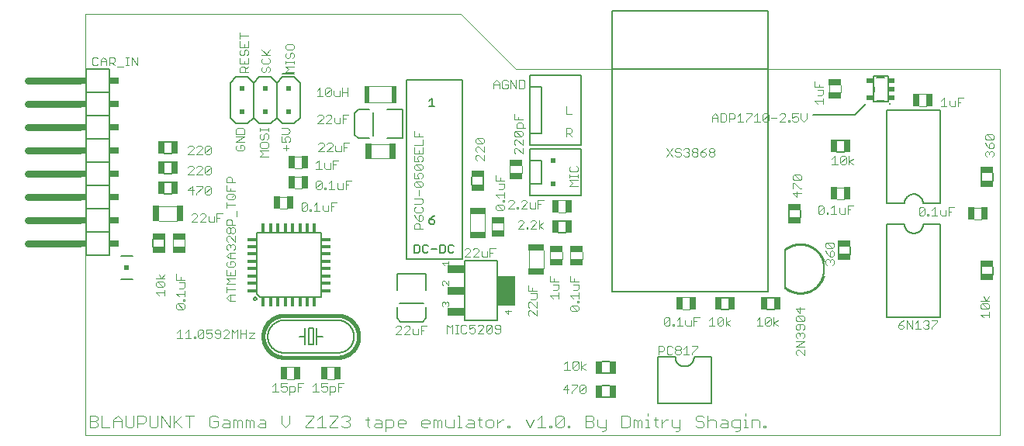
<source format=gto>
G75*
%MOIN*%
%OFA0B0*%
%FSLAX25Y25*%
%IPPOS*%
%LPD*%
%AMOC8*
5,1,8,0,0,1.08239X$1,22.5*
%
%ADD10C,0.00000*%
%ADD11C,0.00787*%
%ADD12C,0.00300*%
%ADD13C,0.00400*%
%ADD14C,0.00600*%
%ADD15C,0.03000*%
%ADD16R,0.02000X0.03000*%
%ADD17R,0.04000X0.03000*%
%ADD18R,0.02559X0.05512*%
%ADD19C,0.00500*%
%ADD20R,0.01969X0.07480*%
%ADD21C,0.00800*%
%ADD22R,0.07300X0.12600*%
%ADD23R,0.07300X0.03400*%
%ADD24R,0.05709X0.02953*%
%ADD25R,0.02000X0.02000*%
%ADD26R,0.01800X0.03900*%
%ADD27R,0.03900X0.01800*%
%ADD28R,0.02953X0.05709*%
%ADD29R,0.05512X0.02559*%
%ADD30R,0.02300X0.02300*%
%ADD31R,0.02559X0.01969*%
%ADD32C,0.01000*%
%ADD33C,0.01600*%
%ADD34C,0.00080*%
%ADD35R,0.06693X0.02953*%
%ADD36R,0.02953X0.06693*%
D10*
X0027244Y0007496D02*
X0027244Y0188598D01*
X0188661Y0188598D01*
X0212283Y0164976D01*
X0420157Y0164976D01*
X0420157Y0007496D01*
X0027244Y0007496D01*
D11*
X0339843Y0145291D02*
X0357953Y0145291D01*
X0362677Y0150016D01*
D12*
X0344181Y0149890D02*
X0344181Y0152317D01*
X0344181Y0151104D02*
X0340541Y0151104D01*
X0341754Y0149890D01*
X0341754Y0153515D02*
X0343574Y0153515D01*
X0344181Y0154122D01*
X0344181Y0155942D01*
X0341754Y0155942D01*
X0342361Y0157140D02*
X0342361Y0158354D01*
X0344181Y0157140D02*
X0340541Y0157140D01*
X0340541Y0159567D01*
X0337032Y0145894D02*
X0337032Y0143468D01*
X0335819Y0142254D01*
X0334605Y0143468D01*
X0334605Y0145894D01*
X0333407Y0145894D02*
X0330980Y0145894D01*
X0330980Y0144074D01*
X0332194Y0144681D01*
X0332800Y0144681D01*
X0333407Y0144074D01*
X0333407Y0142861D01*
X0332800Y0142254D01*
X0331587Y0142254D01*
X0330980Y0142861D01*
X0329774Y0142861D02*
X0329774Y0142254D01*
X0329168Y0142254D01*
X0329168Y0142861D01*
X0329774Y0142861D01*
X0327969Y0142254D02*
X0325543Y0142254D01*
X0327969Y0144681D01*
X0327969Y0145288D01*
X0327363Y0145894D01*
X0326149Y0145894D01*
X0325543Y0145288D01*
X0324344Y0144074D02*
X0321917Y0144074D01*
X0320719Y0142861D02*
X0320112Y0142254D01*
X0318899Y0142254D01*
X0318292Y0142861D01*
X0320719Y0145288D01*
X0320719Y0142861D01*
X0318292Y0142861D02*
X0318292Y0145288D01*
X0318899Y0145894D01*
X0320112Y0145894D01*
X0320719Y0145288D01*
X0315881Y0145894D02*
X0314667Y0144681D01*
X0313469Y0145288D02*
X0311042Y0142861D01*
X0311042Y0142254D01*
X0309844Y0142254D02*
X0307417Y0142254D01*
X0308630Y0142254D02*
X0308630Y0145894D01*
X0307417Y0144681D01*
X0306219Y0144074D02*
X0305612Y0143468D01*
X0303792Y0143468D01*
X0303792Y0142254D02*
X0303792Y0145894D01*
X0305612Y0145894D01*
X0306219Y0145288D01*
X0306219Y0144074D01*
X0302593Y0142861D02*
X0302593Y0145288D01*
X0301987Y0145894D01*
X0300167Y0145894D01*
X0300167Y0142254D01*
X0301987Y0142254D01*
X0302593Y0142861D01*
X0298968Y0142254D02*
X0298968Y0144681D01*
X0297755Y0145894D01*
X0296542Y0144681D01*
X0296542Y0142254D01*
X0296542Y0144074D02*
X0298968Y0144074D01*
X0311042Y0145894D02*
X0313469Y0145894D01*
X0313469Y0145288D01*
X0315881Y0145894D02*
X0315881Y0142254D01*
X0317094Y0142254D02*
X0314667Y0142254D01*
X0297553Y0130365D02*
X0297553Y0129758D01*
X0296946Y0129151D01*
X0295733Y0129151D01*
X0295126Y0129758D01*
X0295126Y0130365D01*
X0295733Y0130971D01*
X0296946Y0130971D01*
X0297553Y0130365D01*
X0296946Y0129151D02*
X0297553Y0128544D01*
X0297553Y0127938D01*
X0296946Y0127331D01*
X0295733Y0127331D01*
X0295126Y0127938D01*
X0295126Y0128544D01*
X0295733Y0129151D01*
X0293928Y0128544D02*
X0293928Y0127938D01*
X0293321Y0127331D01*
X0292108Y0127331D01*
X0291501Y0127938D01*
X0291501Y0129151D01*
X0293321Y0129151D01*
X0293928Y0128544D01*
X0292714Y0130365D02*
X0291501Y0129151D01*
X0290303Y0128544D02*
X0290303Y0127938D01*
X0289696Y0127331D01*
X0288482Y0127331D01*
X0287876Y0127938D01*
X0287876Y0128544D01*
X0288482Y0129151D01*
X0289696Y0129151D01*
X0290303Y0128544D01*
X0289696Y0129151D02*
X0290303Y0129758D01*
X0290303Y0130365D01*
X0289696Y0130971D01*
X0288482Y0130971D01*
X0287876Y0130365D01*
X0287876Y0129758D01*
X0288482Y0129151D01*
X0286677Y0128544D02*
X0286677Y0127938D01*
X0286071Y0127331D01*
X0284857Y0127331D01*
X0284251Y0127938D01*
X0283052Y0127938D02*
X0282446Y0127331D01*
X0281232Y0127331D01*
X0280626Y0127938D01*
X0279427Y0127331D02*
X0277000Y0130971D01*
X0279427Y0130971D02*
X0277000Y0127331D01*
X0280626Y0129758D02*
X0281232Y0129151D01*
X0282446Y0129151D01*
X0283052Y0128544D01*
X0283052Y0127938D01*
X0285464Y0129151D02*
X0286071Y0129151D01*
X0286677Y0128544D01*
X0286071Y0129151D02*
X0286677Y0129758D01*
X0286677Y0130365D01*
X0286071Y0130971D01*
X0284857Y0130971D01*
X0284251Y0130365D01*
X0283052Y0130365D02*
X0282446Y0130971D01*
X0281232Y0130971D01*
X0280626Y0130365D01*
X0280626Y0129758D01*
X0292714Y0130365D02*
X0293928Y0130971D01*
X0331092Y0118941D02*
X0331092Y0117727D01*
X0331698Y0117121D01*
X0334125Y0117121D01*
X0331698Y0119547D01*
X0334125Y0119547D01*
X0334732Y0118941D01*
X0334732Y0117727D01*
X0334125Y0117121D01*
X0331698Y0115922D02*
X0334125Y0113496D01*
X0334732Y0113496D01*
X0334732Y0111691D02*
X0331092Y0111691D01*
X0332912Y0109870D01*
X0332912Y0112297D01*
X0331092Y0113496D02*
X0331092Y0115922D01*
X0331698Y0115922D01*
X0331092Y0118941D02*
X0331698Y0119547D01*
X0347969Y0123945D02*
X0350396Y0123945D01*
X0349183Y0123945D02*
X0349183Y0127585D01*
X0347969Y0126372D01*
X0351594Y0126979D02*
X0351594Y0124552D01*
X0354021Y0126979D01*
X0354021Y0124552D01*
X0353415Y0123945D01*
X0352201Y0123945D01*
X0351594Y0124552D01*
X0351594Y0126979D02*
X0352201Y0127585D01*
X0353415Y0127585D01*
X0354021Y0126979D01*
X0355220Y0127585D02*
X0355220Y0123945D01*
X0355220Y0125159D02*
X0357040Y0126372D01*
X0355220Y0125159D02*
X0357040Y0123945D01*
X0357180Y0106326D02*
X0354753Y0106326D01*
X0354753Y0102685D01*
X0353555Y0102685D02*
X0353555Y0105112D01*
X0354753Y0104505D02*
X0355967Y0104505D01*
X0353555Y0102685D02*
X0351735Y0102685D01*
X0351128Y0103292D01*
X0351128Y0105112D01*
X0348716Y0106326D02*
X0348716Y0102685D01*
X0347503Y0102685D02*
X0349930Y0102685D01*
X0346297Y0102685D02*
X0346297Y0103292D01*
X0345690Y0103292D01*
X0345690Y0102685D01*
X0346297Y0102685D01*
X0344492Y0103292D02*
X0343885Y0102685D01*
X0342672Y0102685D01*
X0342065Y0103292D01*
X0344492Y0105719D01*
X0344492Y0103292D01*
X0342065Y0103292D02*
X0342065Y0105719D01*
X0342672Y0106326D01*
X0343885Y0106326D01*
X0344492Y0105719D01*
X0347503Y0105112D02*
X0348716Y0106326D01*
X0348298Y0090414D02*
X0345872Y0090414D01*
X0348298Y0087987D01*
X0348905Y0088594D01*
X0348905Y0089807D01*
X0348298Y0090414D01*
X0345872Y0090414D02*
X0345265Y0089807D01*
X0345265Y0088594D01*
X0345872Y0087987D01*
X0348298Y0087987D01*
X0348298Y0086788D02*
X0347692Y0086788D01*
X0347085Y0086182D01*
X0347085Y0084362D01*
X0348298Y0084362D01*
X0348905Y0084968D01*
X0348905Y0086182D01*
X0348298Y0086788D01*
X0345872Y0085575D02*
X0347085Y0084362D01*
X0346478Y0083163D02*
X0347085Y0082557D01*
X0347692Y0083163D01*
X0348298Y0083163D01*
X0348905Y0082557D01*
X0348905Y0081343D01*
X0348298Y0080737D01*
X0347085Y0081950D02*
X0347085Y0082557D01*
X0346478Y0083163D02*
X0345872Y0083163D01*
X0345265Y0082557D01*
X0345265Y0081343D01*
X0345872Y0080737D01*
X0345872Y0085575D02*
X0345265Y0086788D01*
X0385372Y0102505D02*
X0385372Y0104931D01*
X0385979Y0105538D01*
X0387192Y0105538D01*
X0387799Y0104931D01*
X0385372Y0102505D01*
X0385979Y0101898D01*
X0387192Y0101898D01*
X0387799Y0102505D01*
X0387799Y0104931D01*
X0388997Y0102505D02*
X0389604Y0102505D01*
X0389604Y0101898D01*
X0388997Y0101898D01*
X0388997Y0102505D01*
X0390810Y0101898D02*
X0393237Y0101898D01*
X0392023Y0101898D02*
X0392023Y0105538D01*
X0390810Y0104325D01*
X0394435Y0104325D02*
X0394435Y0102505D01*
X0395042Y0101898D01*
X0396862Y0101898D01*
X0396862Y0104325D01*
X0398060Y0103718D02*
X0399274Y0103718D01*
X0398060Y0105538D02*
X0400487Y0105538D01*
X0398060Y0105538D02*
X0398060Y0101898D01*
X0414376Y0127193D02*
X0413769Y0127800D01*
X0413769Y0129013D01*
X0414376Y0129620D01*
X0414982Y0129620D01*
X0415589Y0129013D01*
X0416196Y0129620D01*
X0416802Y0129620D01*
X0417409Y0129013D01*
X0417409Y0127800D01*
X0416802Y0127193D01*
X0415589Y0128407D02*
X0415589Y0129013D01*
X0415589Y0130818D02*
X0415589Y0132638D01*
X0416196Y0133245D01*
X0416802Y0133245D01*
X0417409Y0132638D01*
X0417409Y0131425D01*
X0416802Y0130818D01*
X0415589Y0130818D01*
X0414376Y0132032D01*
X0413769Y0133245D01*
X0414376Y0134444D02*
X0413769Y0135050D01*
X0413769Y0136264D01*
X0414376Y0136870D01*
X0416802Y0134444D01*
X0417409Y0135050D01*
X0417409Y0136264D01*
X0416802Y0136870D01*
X0414376Y0136870D01*
X0414376Y0134444D02*
X0416802Y0134444D01*
X0402085Y0148827D02*
X0402085Y0152467D01*
X0404512Y0152467D01*
X0403299Y0150647D02*
X0402085Y0150647D01*
X0400887Y0151254D02*
X0400887Y0148827D01*
X0399067Y0148827D01*
X0398460Y0149434D01*
X0398460Y0151254D01*
X0396048Y0152467D02*
X0396048Y0148827D01*
X0394835Y0148827D02*
X0397262Y0148827D01*
X0394835Y0151254D02*
X0396048Y0152467D01*
X0238905Y0122595D02*
X0238905Y0121381D01*
X0238298Y0120775D01*
X0235872Y0120775D01*
X0235265Y0121381D01*
X0235265Y0122595D01*
X0235872Y0123201D01*
X0238298Y0123201D02*
X0238905Y0122595D01*
X0238905Y0119571D02*
X0238905Y0118358D01*
X0238905Y0118964D02*
X0235265Y0118964D01*
X0235265Y0118358D02*
X0235265Y0119571D01*
X0235265Y0117159D02*
X0238905Y0117159D01*
X0238905Y0114733D02*
X0235265Y0114733D01*
X0236478Y0115946D01*
X0235265Y0117159D01*
X0224109Y0108688D02*
X0221682Y0108688D01*
X0221682Y0105048D01*
X0220484Y0105048D02*
X0220484Y0107474D01*
X0221682Y0106868D02*
X0222896Y0106868D01*
X0220484Y0105048D02*
X0218664Y0105048D01*
X0218057Y0105654D01*
X0218057Y0107474D01*
X0216859Y0107474D02*
X0216859Y0108081D01*
X0216252Y0108688D01*
X0215039Y0108688D01*
X0214432Y0108081D01*
X0216859Y0107474D02*
X0214432Y0105048D01*
X0216859Y0105048D01*
X0213226Y0105048D02*
X0212619Y0105048D01*
X0212619Y0105654D01*
X0213226Y0105654D01*
X0213226Y0105048D01*
X0211421Y0105048D02*
X0208994Y0105048D01*
X0211421Y0107474D01*
X0211421Y0108081D01*
X0210814Y0108688D01*
X0209601Y0108688D01*
X0208994Y0108081D01*
X0207173Y0107846D02*
X0207173Y0108453D01*
X0206566Y0108453D01*
X0206566Y0107846D01*
X0207173Y0107846D01*
X0206566Y0106648D02*
X0207173Y0106041D01*
X0207173Y0104828D01*
X0206566Y0104221D01*
X0204139Y0106648D01*
X0206566Y0106648D01*
X0204139Y0106648D02*
X0203533Y0106041D01*
X0203533Y0104828D01*
X0204139Y0104221D01*
X0206566Y0104221D01*
X0213086Y0099420D02*
X0213693Y0100026D01*
X0214906Y0100026D01*
X0215513Y0099420D01*
X0215513Y0098813D01*
X0213086Y0096386D01*
X0215513Y0096386D01*
X0216711Y0096386D02*
X0217318Y0096386D01*
X0217318Y0096993D01*
X0216711Y0096993D01*
X0216711Y0096386D01*
X0218524Y0096386D02*
X0220950Y0098813D01*
X0220950Y0099420D01*
X0220344Y0100026D01*
X0219130Y0100026D01*
X0218524Y0099420D01*
X0222149Y0100026D02*
X0222149Y0096386D01*
X0220950Y0096386D02*
X0218524Y0096386D01*
X0222149Y0097600D02*
X0223969Y0098813D01*
X0222149Y0097600D02*
X0223969Y0096386D01*
X0203413Y0087900D02*
X0200986Y0087900D01*
X0200986Y0084260D01*
X0199788Y0084260D02*
X0199788Y0086687D01*
X0200986Y0086080D02*
X0202199Y0086080D01*
X0199788Y0084260D02*
X0197968Y0084260D01*
X0197361Y0084867D01*
X0197361Y0086687D01*
X0196162Y0086687D02*
X0196162Y0087294D01*
X0195556Y0087900D01*
X0194342Y0087900D01*
X0193736Y0087294D01*
X0192537Y0087294D02*
X0191931Y0087900D01*
X0190717Y0087900D01*
X0190111Y0087294D01*
X0192537Y0087294D02*
X0192537Y0086687D01*
X0190111Y0084260D01*
X0192537Y0084260D01*
X0193736Y0084260D02*
X0196162Y0086687D01*
X0196162Y0084260D02*
X0193736Y0084260D01*
X0217391Y0072078D02*
X0217391Y0069651D01*
X0221031Y0069651D01*
X0221031Y0068452D02*
X0218604Y0068452D01*
X0219211Y0069651D02*
X0219211Y0070864D01*
X0221031Y0068452D02*
X0221031Y0066632D01*
X0220424Y0066026D01*
X0218604Y0066026D01*
X0218604Y0064827D02*
X0217998Y0064827D01*
X0217391Y0064221D01*
X0217391Y0063007D01*
X0217998Y0062401D01*
X0217998Y0061202D02*
X0217391Y0060595D01*
X0217391Y0059382D01*
X0217998Y0058775D01*
X0218604Y0061202D02*
X0221031Y0058775D01*
X0221031Y0061202D01*
X0221031Y0062401D02*
X0218604Y0064827D01*
X0221031Y0064827D02*
X0221031Y0062401D01*
X0218604Y0061202D02*
X0217998Y0061202D01*
X0226840Y0067551D02*
X0228053Y0066338D01*
X0226840Y0067551D02*
X0230480Y0067551D01*
X0230480Y0066338D02*
X0230480Y0068764D01*
X0229873Y0069963D02*
X0230480Y0070569D01*
X0230480Y0072389D01*
X0228053Y0072389D01*
X0228660Y0073588D02*
X0228660Y0074801D01*
X0230480Y0073588D02*
X0226840Y0073588D01*
X0226840Y0076015D01*
X0235501Y0076015D02*
X0235501Y0073588D01*
X0239141Y0073588D01*
X0239141Y0072389D02*
X0236715Y0072389D01*
X0237321Y0073588D02*
X0237321Y0074801D01*
X0239141Y0072389D02*
X0239141Y0070569D01*
X0238535Y0069963D01*
X0236715Y0069963D01*
X0235501Y0067551D02*
X0239141Y0067551D01*
X0239141Y0066338D02*
X0239141Y0068764D01*
X0236715Y0066338D02*
X0235501Y0067551D01*
X0238535Y0065132D02*
X0239141Y0065132D01*
X0239141Y0064525D01*
X0238535Y0064525D01*
X0238535Y0065132D01*
X0238535Y0063327D02*
X0239141Y0062720D01*
X0239141Y0061507D01*
X0238535Y0060900D01*
X0236108Y0063327D01*
X0238535Y0063327D01*
X0236108Y0063327D02*
X0235501Y0062720D01*
X0235501Y0061507D01*
X0236108Y0060900D01*
X0238535Y0060900D01*
X0229873Y0069963D02*
X0228053Y0069963D01*
X0205487Y0054462D02*
X0204880Y0055069D01*
X0203667Y0055069D01*
X0203060Y0054462D01*
X0203060Y0053855D01*
X0203667Y0053249D01*
X0205487Y0053249D01*
X0205487Y0054462D02*
X0205487Y0052035D01*
X0204880Y0051429D01*
X0203667Y0051429D01*
X0203060Y0052035D01*
X0201862Y0052035D02*
X0201255Y0051429D01*
X0200042Y0051429D01*
X0199435Y0052035D01*
X0201862Y0054462D01*
X0201862Y0052035D01*
X0199435Y0052035D02*
X0199435Y0054462D01*
X0200042Y0055069D01*
X0201255Y0055069D01*
X0201862Y0054462D01*
X0198237Y0054462D02*
X0197630Y0055069D01*
X0196417Y0055069D01*
X0195810Y0054462D01*
X0194612Y0055069D02*
X0192185Y0055069D01*
X0192185Y0053249D01*
X0193398Y0053855D01*
X0194005Y0053855D01*
X0194612Y0053249D01*
X0194612Y0052035D01*
X0194005Y0051429D01*
X0192792Y0051429D01*
X0192185Y0052035D01*
X0190986Y0052035D02*
X0190380Y0051429D01*
X0189166Y0051429D01*
X0188560Y0052035D01*
X0188560Y0054462D01*
X0189166Y0055069D01*
X0190380Y0055069D01*
X0190986Y0054462D01*
X0187356Y0055069D02*
X0186143Y0055069D01*
X0186750Y0055069D02*
X0186750Y0051429D01*
X0187356Y0051429D02*
X0186143Y0051429D01*
X0184945Y0051429D02*
X0184945Y0055069D01*
X0183731Y0053855D01*
X0182518Y0055069D01*
X0182518Y0051429D01*
X0173885Y0054436D02*
X0171458Y0054436D01*
X0171458Y0050796D01*
X0170260Y0050796D02*
X0170260Y0053222D01*
X0171458Y0052616D02*
X0172672Y0052616D01*
X0170260Y0050796D02*
X0168440Y0050796D01*
X0167833Y0051402D01*
X0167833Y0053222D01*
X0166635Y0053222D02*
X0166635Y0053829D01*
X0166028Y0054436D01*
X0164815Y0054436D01*
X0164208Y0053829D01*
X0163010Y0053829D02*
X0162403Y0054436D01*
X0161190Y0054436D01*
X0160583Y0053829D01*
X0163010Y0053829D02*
X0163010Y0053222D01*
X0160583Y0050796D01*
X0163010Y0050796D01*
X0164208Y0050796D02*
X0166635Y0053222D01*
X0166635Y0050796D02*
X0164208Y0050796D01*
X0195810Y0051429D02*
X0198237Y0053855D01*
X0198237Y0054462D01*
X0198237Y0051429D02*
X0195810Y0051429D01*
X0233009Y0038183D02*
X0234222Y0039396D01*
X0234222Y0035756D01*
X0233009Y0035756D02*
X0235435Y0035756D01*
X0236634Y0036363D02*
X0237241Y0035756D01*
X0238454Y0035756D01*
X0239061Y0036363D01*
X0239061Y0038790D01*
X0236634Y0036363D01*
X0236634Y0038790D01*
X0237241Y0039396D01*
X0238454Y0039396D01*
X0239061Y0038790D01*
X0240259Y0039396D02*
X0240259Y0035756D01*
X0240259Y0036970D02*
X0242079Y0035756D01*
X0240259Y0036970D02*
X0242079Y0038183D01*
X0241475Y0029160D02*
X0242081Y0028554D01*
X0239655Y0026127D01*
X0240261Y0025520D01*
X0241475Y0025520D01*
X0242081Y0026127D01*
X0242081Y0028554D01*
X0241475Y0029160D02*
X0240261Y0029160D01*
X0239655Y0028554D01*
X0239655Y0026127D01*
X0238456Y0028554D02*
X0236030Y0026127D01*
X0236030Y0025520D01*
X0234225Y0025520D02*
X0234225Y0029160D01*
X0232404Y0027340D01*
X0234831Y0027340D01*
X0236030Y0029160D02*
X0238456Y0029160D01*
X0238456Y0028554D01*
X0275923Y0055261D02*
X0278350Y0057687D01*
X0278350Y0055261D01*
X0277744Y0054654D01*
X0276530Y0054654D01*
X0275923Y0055261D01*
X0275923Y0057687D01*
X0276530Y0058294D01*
X0277744Y0058294D01*
X0278350Y0057687D01*
X0281361Y0057081D02*
X0282575Y0058294D01*
X0282575Y0054654D01*
X0283788Y0054654D02*
X0281361Y0054654D01*
X0280155Y0054654D02*
X0279549Y0054654D01*
X0279549Y0055261D01*
X0280155Y0055261D01*
X0280155Y0054654D01*
X0284986Y0055261D02*
X0284986Y0057081D01*
X0284986Y0055261D02*
X0285593Y0054654D01*
X0287413Y0054654D01*
X0287413Y0057081D01*
X0288611Y0056474D02*
X0289825Y0056474D01*
X0288611Y0058294D02*
X0291038Y0058294D01*
X0288611Y0058294D02*
X0288611Y0054654D01*
X0295213Y0054654D02*
X0297640Y0054654D01*
X0296427Y0054654D02*
X0296427Y0058294D01*
X0295213Y0057081D01*
X0298839Y0057687D02*
X0298839Y0055261D01*
X0301265Y0057687D01*
X0301265Y0055261D01*
X0300659Y0054654D01*
X0299445Y0054654D01*
X0298839Y0055261D01*
X0302464Y0055867D02*
X0304284Y0057081D01*
X0302464Y0058294D02*
X0302464Y0054654D01*
X0302464Y0055867D02*
X0304284Y0054654D01*
X0301265Y0057687D02*
X0300659Y0058294D01*
X0299445Y0058294D01*
X0298839Y0057687D01*
X0315686Y0057081D02*
X0316899Y0058294D01*
X0316899Y0054654D01*
X0315686Y0054654D02*
X0318113Y0054654D01*
X0319311Y0055261D02*
X0321738Y0057687D01*
X0321738Y0055261D01*
X0321131Y0054654D01*
X0319918Y0054654D01*
X0319311Y0055261D01*
X0319311Y0057687D01*
X0319918Y0058294D01*
X0321131Y0058294D01*
X0321738Y0057687D01*
X0322936Y0058294D02*
X0322936Y0054654D01*
X0322936Y0055867D02*
X0324756Y0054654D01*
X0322936Y0055867D02*
X0324756Y0057081D01*
X0411879Y0059356D02*
X0415519Y0059356D01*
X0415519Y0058143D02*
X0415519Y0060569D01*
X0414913Y0061768D02*
X0412486Y0064194D01*
X0414913Y0064194D01*
X0415519Y0063588D01*
X0415519Y0062374D01*
X0414913Y0061768D01*
X0412486Y0061768D01*
X0411879Y0062374D01*
X0411879Y0063588D01*
X0412486Y0064194D01*
X0411879Y0065393D02*
X0415519Y0065393D01*
X0414306Y0065393D02*
X0413093Y0067213D01*
X0414306Y0065393D02*
X0415519Y0067213D01*
X0411879Y0059356D02*
X0413093Y0058143D01*
X0236120Y0135993D02*
X0234907Y0137206D01*
X0235513Y0137206D02*
X0233693Y0137206D01*
X0233693Y0135993D02*
X0233693Y0139633D01*
X0235513Y0139633D01*
X0236120Y0139026D01*
X0236120Y0137813D01*
X0235513Y0137206D01*
X0236120Y0145441D02*
X0233693Y0145441D01*
X0233693Y0149081D01*
X0215959Y0157072D02*
X0215959Y0159498D01*
X0215353Y0160105D01*
X0213533Y0160105D01*
X0213533Y0156465D01*
X0215353Y0156465D01*
X0215959Y0157072D01*
X0212334Y0156465D02*
X0212334Y0160105D01*
X0209908Y0160105D02*
X0212334Y0156465D01*
X0209908Y0156465D02*
X0209908Y0160105D01*
X0208709Y0159498D02*
X0208102Y0160105D01*
X0206889Y0160105D01*
X0206282Y0159498D01*
X0206282Y0157072D01*
X0206889Y0156465D01*
X0208102Y0156465D01*
X0208709Y0157072D01*
X0208709Y0158285D01*
X0207496Y0158285D01*
X0205084Y0158285D02*
X0202657Y0158285D01*
X0202657Y0158892D02*
X0202657Y0156465D01*
X0205084Y0156465D02*
X0205084Y0158892D01*
X0203871Y0160105D01*
X0202657Y0158892D01*
X0211407Y0145558D02*
X0211407Y0143131D01*
X0215047Y0143131D01*
X0214440Y0141932D02*
X0215047Y0141326D01*
X0215047Y0139506D01*
X0216260Y0139506D02*
X0212620Y0139506D01*
X0212620Y0141326D01*
X0213227Y0141932D01*
X0214440Y0141932D01*
X0213227Y0143131D02*
X0213227Y0144344D01*
X0212013Y0138307D02*
X0214440Y0138307D01*
X0215047Y0137701D01*
X0215047Y0136487D01*
X0214440Y0135881D01*
X0212013Y0138307D01*
X0211407Y0137701D01*
X0211407Y0136487D01*
X0212013Y0135881D01*
X0214440Y0135881D01*
X0215047Y0134682D02*
X0215047Y0132255D01*
X0212620Y0134682D01*
X0212013Y0134682D01*
X0211407Y0134076D01*
X0211407Y0132862D01*
X0212013Y0132255D01*
X0212013Y0131057D02*
X0211407Y0130450D01*
X0211407Y0129237D01*
X0212013Y0128630D01*
X0212013Y0131057D02*
X0212620Y0131057D01*
X0215047Y0128630D01*
X0215047Y0131057D01*
X0198511Y0131670D02*
X0198511Y0129244D01*
X0196085Y0131670D01*
X0195478Y0131670D01*
X0194871Y0131064D01*
X0194871Y0129850D01*
X0195478Y0129244D01*
X0195478Y0128045D02*
X0194871Y0127439D01*
X0194871Y0126225D01*
X0195478Y0125619D01*
X0196085Y0128045D02*
X0198511Y0125619D01*
X0198511Y0128045D01*
X0196085Y0128045D02*
X0195478Y0128045D01*
X0195478Y0132869D02*
X0194871Y0133475D01*
X0194871Y0134689D01*
X0195478Y0135296D01*
X0197905Y0132869D01*
X0198511Y0133475D01*
X0198511Y0134689D01*
X0197905Y0135296D01*
X0195478Y0135296D01*
X0195478Y0132869D02*
X0197905Y0132869D01*
X0203533Y0119336D02*
X0203533Y0116909D01*
X0207173Y0116909D01*
X0207173Y0115710D02*
X0204746Y0115710D01*
X0205353Y0116909D02*
X0205353Y0118122D01*
X0207173Y0115710D02*
X0207173Y0113890D01*
X0206566Y0113284D01*
X0204746Y0113284D01*
X0203533Y0110872D02*
X0207173Y0110872D01*
X0207173Y0109659D02*
X0207173Y0112085D01*
X0204746Y0109659D02*
X0203533Y0110872D01*
X0141446Y0117034D02*
X0139019Y0117034D01*
X0139019Y0113394D01*
X0137821Y0113394D02*
X0137821Y0115821D01*
X0139019Y0115214D02*
X0140232Y0115214D01*
X0137821Y0113394D02*
X0136001Y0113394D01*
X0135394Y0114001D01*
X0135394Y0115821D01*
X0132982Y0117034D02*
X0132982Y0113394D01*
X0131769Y0113394D02*
X0134196Y0113394D01*
X0131769Y0115821D02*
X0132982Y0117034D01*
X0128758Y0116428D02*
X0126331Y0114001D01*
X0126938Y0113394D01*
X0128151Y0113394D01*
X0128758Y0114001D01*
X0128758Y0116428D01*
X0128151Y0117034D01*
X0126938Y0117034D01*
X0126331Y0116428D01*
X0126331Y0114001D01*
X0129956Y0114001D02*
X0130563Y0114001D01*
X0130563Y0113394D01*
X0129956Y0113394D01*
X0129956Y0114001D01*
X0132720Y0107585D02*
X0135147Y0107585D01*
X0133933Y0105765D02*
X0132720Y0105765D01*
X0131521Y0106372D02*
X0131521Y0103945D01*
X0129701Y0103945D01*
X0129095Y0104552D01*
X0129095Y0106372D01*
X0126683Y0107585D02*
X0126683Y0103945D01*
X0125470Y0103945D02*
X0127896Y0103945D01*
X0125470Y0106372D02*
X0126683Y0107585D01*
X0122459Y0106979D02*
X0120032Y0104552D01*
X0120639Y0103945D01*
X0121852Y0103945D01*
X0122459Y0104552D01*
X0122459Y0106979D01*
X0121852Y0107585D01*
X0120639Y0107585D01*
X0120032Y0106979D01*
X0120032Y0104552D01*
X0123657Y0104552D02*
X0124264Y0104552D01*
X0124264Y0103945D01*
X0123657Y0103945D01*
X0123657Y0104552D01*
X0132720Y0103945D02*
X0132720Y0107585D01*
X0132383Y0122056D02*
X0132383Y0124482D01*
X0133581Y0123876D02*
X0134795Y0123876D01*
X0133581Y0125696D02*
X0136008Y0125696D01*
X0133581Y0125696D02*
X0133581Y0122056D01*
X0132383Y0122056D02*
X0130563Y0122056D01*
X0129956Y0122662D01*
X0129956Y0124482D01*
X0127544Y0125696D02*
X0127544Y0122056D01*
X0126331Y0122056D02*
X0128758Y0122056D01*
X0126331Y0124482D02*
X0127544Y0125696D01*
X0127342Y0129457D02*
X0129769Y0131884D01*
X0129769Y0132491D01*
X0129162Y0133097D01*
X0127949Y0133097D01*
X0127342Y0132491D01*
X0130967Y0132491D02*
X0131574Y0133097D01*
X0132788Y0133097D01*
X0133394Y0132491D01*
X0133394Y0131884D01*
X0130967Y0129457D01*
X0133394Y0129457D01*
X0134593Y0130064D02*
X0135199Y0129457D01*
X0137019Y0129457D01*
X0137019Y0131884D01*
X0138218Y0131277D02*
X0139431Y0131277D01*
X0138218Y0129457D02*
X0138218Y0133097D01*
X0140644Y0133097D01*
X0134593Y0131884D02*
X0134593Y0130064D01*
X0129769Y0129457D02*
X0127342Y0129457D01*
X0114676Y0131055D02*
X0112250Y0131055D01*
X0113463Y0132268D02*
X0113463Y0129841D01*
X0113463Y0133467D02*
X0111643Y0133467D01*
X0111643Y0135893D01*
X0111643Y0137092D02*
X0114070Y0137092D01*
X0115283Y0138305D01*
X0114070Y0139519D01*
X0111643Y0139519D01*
X0105834Y0139513D02*
X0105834Y0138300D01*
X0105834Y0138907D02*
X0102194Y0138907D01*
X0102194Y0139513D02*
X0102194Y0138300D01*
X0102801Y0137102D02*
X0102194Y0136495D01*
X0102194Y0135282D01*
X0102801Y0134675D01*
X0103408Y0134675D01*
X0104014Y0135282D01*
X0104014Y0136495D01*
X0104621Y0137102D01*
X0105228Y0137102D01*
X0105834Y0136495D01*
X0105834Y0135282D01*
X0105228Y0134675D01*
X0105228Y0133477D02*
X0102801Y0133477D01*
X0102194Y0132870D01*
X0102194Y0131657D01*
X0102801Y0131050D01*
X0105228Y0131050D01*
X0105834Y0131657D01*
X0105834Y0132870D01*
X0105228Y0133477D01*
X0105834Y0129851D02*
X0102194Y0129851D01*
X0103408Y0128638D01*
X0102194Y0127425D01*
X0105834Y0127425D01*
X0095598Y0130448D02*
X0095598Y0131662D01*
X0094991Y0132268D01*
X0093778Y0132268D01*
X0093778Y0131055D01*
X0092565Y0132268D02*
X0091958Y0131662D01*
X0091958Y0130448D01*
X0092565Y0129841D01*
X0094991Y0129841D01*
X0095598Y0130448D01*
X0095598Y0133467D02*
X0091958Y0133467D01*
X0095598Y0135893D01*
X0091958Y0135893D01*
X0091958Y0137092D02*
X0091958Y0138912D01*
X0092565Y0139519D01*
X0094991Y0139519D01*
X0095598Y0138912D01*
X0095598Y0137092D01*
X0091958Y0137092D01*
X0081028Y0131388D02*
X0078601Y0128961D01*
X0079208Y0128355D01*
X0080421Y0128355D01*
X0081028Y0128961D01*
X0081028Y0131388D01*
X0080421Y0131995D01*
X0079208Y0131995D01*
X0078601Y0131388D01*
X0078601Y0128961D01*
X0077403Y0128355D02*
X0074976Y0128355D01*
X0077403Y0130781D01*
X0077403Y0131388D01*
X0076796Y0131995D01*
X0075583Y0131995D01*
X0074976Y0131388D01*
X0073778Y0131388D02*
X0073171Y0131995D01*
X0071957Y0131995D01*
X0071351Y0131388D01*
X0073778Y0131388D02*
X0073778Y0130781D01*
X0071351Y0128355D01*
X0073778Y0128355D01*
X0073171Y0123333D02*
X0071957Y0123333D01*
X0071351Y0122727D01*
X0073171Y0123333D02*
X0073778Y0122727D01*
X0073778Y0122120D01*
X0071351Y0119693D01*
X0073778Y0119693D01*
X0074976Y0119693D02*
X0077403Y0122120D01*
X0077403Y0122727D01*
X0076796Y0123333D01*
X0075583Y0123333D01*
X0074976Y0122727D01*
X0078601Y0122727D02*
X0079208Y0123333D01*
X0080421Y0123333D01*
X0081028Y0122727D01*
X0078601Y0120300D01*
X0079208Y0119693D01*
X0080421Y0119693D01*
X0081028Y0120300D01*
X0081028Y0122727D01*
X0078601Y0122727D02*
X0078601Y0120300D01*
X0077403Y0119693D02*
X0074976Y0119693D01*
X0074976Y0114672D02*
X0077403Y0114672D01*
X0077403Y0114065D01*
X0074976Y0111639D01*
X0074976Y0111032D01*
X0073171Y0111032D02*
X0073171Y0114672D01*
X0071351Y0112852D01*
X0073778Y0112852D01*
X0078601Y0111639D02*
X0078601Y0114065D01*
X0079208Y0114672D01*
X0080421Y0114672D01*
X0081028Y0114065D01*
X0078601Y0111639D01*
X0079208Y0111032D01*
X0080421Y0111032D01*
X0081028Y0111639D01*
X0081028Y0114065D01*
X0087824Y0114916D02*
X0087824Y0112489D01*
X0091464Y0112489D01*
X0091464Y0111291D02*
X0090251Y0110078D01*
X0090857Y0111291D02*
X0091464Y0110684D01*
X0091464Y0109471D01*
X0090857Y0108864D01*
X0088431Y0108864D01*
X0087824Y0109471D01*
X0087824Y0110684D01*
X0088431Y0111291D01*
X0090857Y0111291D01*
X0089644Y0112489D02*
X0089644Y0113703D01*
X0090251Y0116114D02*
X0090251Y0117935D01*
X0089644Y0118541D01*
X0088431Y0118541D01*
X0087824Y0117935D01*
X0087824Y0116114D01*
X0091464Y0116114D01*
X0087824Y0107666D02*
X0087824Y0105239D01*
X0087824Y0106452D02*
X0091464Y0106452D01*
X0092071Y0104041D02*
X0092071Y0101614D01*
X0090251Y0099809D02*
X0090251Y0097989D01*
X0090251Y0096790D02*
X0090857Y0096790D01*
X0091464Y0096184D01*
X0091464Y0094970D01*
X0090857Y0094364D01*
X0090251Y0094364D01*
X0089644Y0094970D01*
X0089644Y0096184D01*
X0090251Y0096790D01*
X0089644Y0096184D02*
X0089037Y0096790D01*
X0088431Y0096790D01*
X0087824Y0096184D01*
X0087824Y0094970D01*
X0088431Y0094364D01*
X0089037Y0094364D01*
X0089644Y0094970D01*
X0089037Y0093165D02*
X0088431Y0093165D01*
X0087824Y0092559D01*
X0087824Y0091345D01*
X0088431Y0090739D01*
X0088431Y0089540D02*
X0089037Y0089540D01*
X0089644Y0088933D01*
X0090251Y0089540D01*
X0090857Y0089540D01*
X0091464Y0088933D01*
X0091464Y0087720D01*
X0090857Y0087113D01*
X0091464Y0085915D02*
X0089037Y0085915D01*
X0087824Y0084702D01*
X0089037Y0083488D01*
X0091464Y0083488D01*
X0090857Y0082290D02*
X0091464Y0081683D01*
X0091464Y0080470D01*
X0090857Y0079863D01*
X0088431Y0079863D01*
X0087824Y0080470D01*
X0087824Y0081683D01*
X0088431Y0082290D01*
X0089644Y0082290D02*
X0089644Y0081077D01*
X0089644Y0082290D02*
X0090857Y0082290D01*
X0089644Y0083488D02*
X0089644Y0085915D01*
X0088431Y0087113D02*
X0087824Y0087720D01*
X0087824Y0088933D01*
X0088431Y0089540D01*
X0089644Y0088933D02*
X0089644Y0088327D01*
X0091464Y0090739D02*
X0089037Y0093165D01*
X0091464Y0093165D02*
X0091464Y0090739D01*
X0091464Y0097989D02*
X0087824Y0097989D01*
X0087824Y0099809D01*
X0088431Y0100416D01*
X0089644Y0100416D01*
X0090251Y0099809D01*
X0086090Y0102861D02*
X0083663Y0102861D01*
X0083663Y0099221D01*
X0082465Y0099221D02*
X0082465Y0101648D01*
X0083663Y0101041D02*
X0084877Y0101041D01*
X0082465Y0099221D02*
X0080645Y0099221D01*
X0080038Y0099828D01*
X0080038Y0101648D01*
X0078840Y0101648D02*
X0078840Y0102254D01*
X0078233Y0102861D01*
X0077020Y0102861D01*
X0076413Y0102254D01*
X0075215Y0102254D02*
X0074608Y0102861D01*
X0073394Y0102861D01*
X0072788Y0102254D01*
X0075215Y0102254D02*
X0075215Y0101648D01*
X0072788Y0099221D01*
X0075215Y0099221D01*
X0076413Y0099221D02*
X0078840Y0101648D01*
X0078840Y0099221D02*
X0076413Y0099221D01*
X0087824Y0078665D02*
X0087824Y0076238D01*
X0091464Y0076238D01*
X0091464Y0078665D01*
X0089644Y0077451D02*
X0089644Y0076238D01*
X0087824Y0075040D02*
X0091464Y0075040D01*
X0091464Y0072613D02*
X0087824Y0072613D01*
X0089037Y0073826D01*
X0087824Y0075040D01*
X0087824Y0071414D02*
X0087824Y0068988D01*
X0087824Y0070201D02*
X0091464Y0070201D01*
X0091464Y0067789D02*
X0089037Y0067789D01*
X0087824Y0066576D01*
X0089037Y0065363D01*
X0091464Y0065363D01*
X0089644Y0065363D02*
X0089644Y0067789D01*
X0069850Y0068338D02*
X0066210Y0068338D01*
X0067423Y0067125D01*
X0069243Y0065919D02*
X0069850Y0065919D01*
X0069850Y0065312D01*
X0069243Y0065312D01*
X0069243Y0065919D01*
X0069850Y0067125D02*
X0069850Y0069552D01*
X0069243Y0070750D02*
X0069850Y0071357D01*
X0069850Y0073177D01*
X0067423Y0073177D01*
X0068030Y0074375D02*
X0068030Y0075589D01*
X0066210Y0074375D02*
X0066210Y0076802D01*
X0061189Y0076662D02*
X0059975Y0074842D01*
X0058762Y0076662D01*
X0057548Y0074842D02*
X0061189Y0074842D01*
X0060582Y0073643D02*
X0061189Y0073037D01*
X0061189Y0071823D01*
X0060582Y0071216D01*
X0058155Y0073643D01*
X0060582Y0073643D01*
X0060582Y0071216D02*
X0058155Y0071216D01*
X0057548Y0071823D01*
X0057548Y0073037D01*
X0058155Y0073643D01*
X0061189Y0070018D02*
X0061189Y0067591D01*
X0061189Y0068805D02*
X0057548Y0068805D01*
X0058762Y0067591D01*
X0066210Y0063507D02*
X0066817Y0064114D01*
X0069243Y0061687D01*
X0069850Y0062294D01*
X0069850Y0063507D01*
X0069243Y0064114D01*
X0066817Y0064114D01*
X0066210Y0063507D02*
X0066210Y0062294D01*
X0066817Y0061687D01*
X0069243Y0061687D01*
X0069243Y0070750D02*
X0067423Y0070750D01*
X0066210Y0074375D02*
X0069850Y0074375D01*
X0108871Y0029948D02*
X0107657Y0028734D01*
X0108871Y0029948D02*
X0108871Y0026307D01*
X0110084Y0026307D02*
X0107657Y0026307D01*
X0111282Y0026914D02*
X0111889Y0026307D01*
X0113102Y0026307D01*
X0113709Y0026914D01*
X0113709Y0028128D01*
X0113102Y0028734D01*
X0112496Y0028734D01*
X0111282Y0028128D01*
X0111282Y0029948D01*
X0113709Y0029948D01*
X0114908Y0028734D02*
X0116728Y0028734D01*
X0117334Y0028128D01*
X0117334Y0026914D01*
X0116728Y0026307D01*
X0114908Y0026307D01*
X0114908Y0025094D02*
X0114908Y0028734D01*
X0118533Y0028128D02*
X0119746Y0028128D01*
X0118533Y0029948D02*
X0118533Y0026307D01*
X0124980Y0026307D02*
X0127407Y0026307D01*
X0126193Y0026307D02*
X0126193Y0029948D01*
X0124980Y0028734D01*
X0128605Y0028128D02*
X0129819Y0028734D01*
X0130425Y0028734D01*
X0131032Y0028128D01*
X0131032Y0026914D01*
X0130425Y0026307D01*
X0129212Y0026307D01*
X0128605Y0026914D01*
X0128605Y0028128D02*
X0128605Y0029948D01*
X0131032Y0029948D01*
X0132230Y0028734D02*
X0134050Y0028734D01*
X0134657Y0028128D01*
X0134657Y0026914D01*
X0134050Y0026307D01*
X0132230Y0026307D01*
X0132230Y0025094D02*
X0132230Y0028734D01*
X0135856Y0028128D02*
X0137069Y0028128D01*
X0135856Y0029948D02*
X0138282Y0029948D01*
X0135856Y0029948D02*
X0135856Y0026307D01*
X0120959Y0029948D02*
X0118533Y0029948D01*
X0114676Y0133467D02*
X0115283Y0134073D01*
X0115283Y0135287D01*
X0114676Y0135893D01*
X0113463Y0135893D01*
X0112856Y0135287D01*
X0112856Y0134680D01*
X0113463Y0133467D01*
X0126949Y0141662D02*
X0129375Y0144089D01*
X0129375Y0144695D01*
X0128769Y0145302D01*
X0127555Y0145302D01*
X0126949Y0144695D01*
X0126949Y0141662D02*
X0129375Y0141662D01*
X0130574Y0141662D02*
X0133001Y0144089D01*
X0133001Y0144695D01*
X0132394Y0145302D01*
X0131180Y0145302D01*
X0130574Y0144695D01*
X0130574Y0141662D02*
X0133001Y0141662D01*
X0134199Y0142268D02*
X0134806Y0141662D01*
X0136626Y0141662D01*
X0136626Y0144089D01*
X0137824Y0143482D02*
X0139037Y0143482D01*
X0137824Y0141662D02*
X0137824Y0145302D01*
X0140251Y0145302D01*
X0134199Y0144089D02*
X0134199Y0142268D01*
X0134550Y0153217D02*
X0133943Y0153824D01*
X0133943Y0155644D01*
X0132745Y0156250D02*
X0130318Y0153824D01*
X0130925Y0153217D01*
X0132138Y0153217D01*
X0132745Y0153824D01*
X0132745Y0156250D01*
X0132138Y0156857D01*
X0130925Y0156857D01*
X0130318Y0156250D01*
X0130318Y0153824D01*
X0129119Y0153217D02*
X0126693Y0153217D01*
X0127906Y0153217D02*
X0127906Y0156857D01*
X0126693Y0155644D01*
X0134550Y0153217D02*
X0136370Y0153217D01*
X0136370Y0155644D01*
X0137568Y0155037D02*
X0139995Y0155037D01*
X0139995Y0156857D02*
X0139995Y0153217D01*
X0137568Y0153217D02*
X0137568Y0156857D01*
X0116858Y0163552D02*
X0113218Y0163552D01*
X0114431Y0164765D01*
X0113218Y0165978D01*
X0116858Y0165978D01*
X0116858Y0167177D02*
X0116858Y0168390D01*
X0116858Y0167783D02*
X0113218Y0167783D01*
X0113218Y0167177D02*
X0113218Y0168390D01*
X0113824Y0169593D02*
X0114431Y0169593D01*
X0115038Y0170200D01*
X0115038Y0171414D01*
X0115645Y0172020D01*
X0116251Y0172020D01*
X0116858Y0171414D01*
X0116858Y0170200D01*
X0116251Y0169593D01*
X0113824Y0169593D02*
X0113218Y0170200D01*
X0113218Y0171414D01*
X0113824Y0172020D01*
X0113824Y0173219D02*
X0116251Y0173219D01*
X0116858Y0173825D01*
X0116858Y0175039D01*
X0116251Y0175645D01*
X0113824Y0175645D01*
X0113218Y0175039D01*
X0113218Y0173825D01*
X0113824Y0173219D01*
X0106622Y0173229D02*
X0104802Y0171409D01*
X0105408Y0170802D02*
X0102982Y0173229D01*
X0102982Y0170802D02*
X0106622Y0170802D01*
X0106015Y0169603D02*
X0106622Y0168997D01*
X0106622Y0167783D01*
X0106015Y0167177D01*
X0103588Y0167177D01*
X0102982Y0167783D01*
X0102982Y0168997D01*
X0103588Y0169603D01*
X0097173Y0169603D02*
X0097173Y0167177D01*
X0093533Y0167177D01*
X0093533Y0169603D01*
X0094139Y0170802D02*
X0094746Y0170802D01*
X0095353Y0171409D01*
X0095353Y0172622D01*
X0095959Y0173229D01*
X0096566Y0173229D01*
X0097173Y0172622D01*
X0097173Y0171409D01*
X0096566Y0170802D01*
X0094139Y0170802D02*
X0093533Y0171409D01*
X0093533Y0172622D01*
X0094139Y0173229D01*
X0093533Y0174427D02*
X0097173Y0174427D01*
X0097173Y0176854D01*
X0095353Y0175640D02*
X0095353Y0174427D01*
X0093533Y0174427D02*
X0093533Y0176854D01*
X0093533Y0178052D02*
X0093533Y0180479D01*
X0093533Y0179265D02*
X0097173Y0179265D01*
X0095353Y0168390D02*
X0095353Y0167177D01*
X0095353Y0165978D02*
X0095959Y0165372D01*
X0095959Y0163552D01*
X0095959Y0164765D02*
X0097173Y0165978D01*
X0095353Y0165978D02*
X0094139Y0165978D01*
X0093533Y0165372D01*
X0093533Y0163552D01*
X0097173Y0163552D01*
X0102982Y0164158D02*
X0102982Y0165372D01*
X0103588Y0165978D01*
X0104802Y0165372D02*
X0104802Y0164158D01*
X0104195Y0163552D01*
X0103588Y0163552D01*
X0102982Y0164158D01*
X0104802Y0165372D02*
X0105408Y0165978D01*
X0106015Y0165978D01*
X0106622Y0165372D01*
X0106622Y0164158D01*
X0106015Y0163552D01*
X0049455Y0166445D02*
X0049455Y0170085D01*
X0047028Y0170085D02*
X0049455Y0166445D01*
X0047028Y0166445D02*
X0047028Y0170085D01*
X0045825Y0170085D02*
X0044611Y0170085D01*
X0045218Y0170085D02*
X0045218Y0166445D01*
X0044611Y0166445D02*
X0045825Y0166445D01*
X0043413Y0165839D02*
X0040986Y0165839D01*
X0039788Y0166445D02*
X0038574Y0167659D01*
X0039181Y0167659D02*
X0037361Y0167659D01*
X0037361Y0166445D02*
X0037361Y0170085D01*
X0039181Y0170085D01*
X0039788Y0169479D01*
X0039788Y0168265D01*
X0039181Y0167659D01*
X0036163Y0168265D02*
X0033736Y0168265D01*
X0033736Y0168872D02*
X0034949Y0170085D01*
X0036163Y0168872D01*
X0036163Y0166445D01*
X0033736Y0166445D02*
X0033736Y0168872D01*
X0032537Y0169479D02*
X0031931Y0170085D01*
X0030717Y0170085D01*
X0030111Y0169479D01*
X0030111Y0167052D01*
X0030717Y0166445D01*
X0031931Y0166445D01*
X0032537Y0167052D01*
D13*
X0117083Y0127417D02*
X0119984Y0127417D01*
X0120083Y0122220D02*
X0117083Y0122220D01*
X0117083Y0118756D02*
X0119984Y0118756D01*
X0120083Y0113559D02*
X0117083Y0113559D01*
X0113685Y0110094D02*
X0110783Y0110094D01*
X0110783Y0104898D02*
X0113783Y0104898D01*
X0070000Y0091673D02*
X0070000Y0088772D01*
X0064803Y0088673D02*
X0064803Y0091673D01*
X0066476Y0099673D02*
X0058878Y0099673D01*
X0058878Y0105870D02*
X0066476Y0105870D01*
X0150217Y0126445D02*
X0157815Y0126445D01*
X0168622Y0127494D02*
X0168622Y0125134D01*
X0170392Y0125134D01*
X0169802Y0126314D01*
X0169802Y0126904D01*
X0170392Y0127494D01*
X0171572Y0127494D01*
X0172162Y0126904D01*
X0172162Y0125724D01*
X0171572Y0125134D01*
X0171572Y0123869D02*
X0169212Y0123869D01*
X0171572Y0121509D01*
X0172162Y0122099D01*
X0172162Y0123279D01*
X0171572Y0123869D01*
X0169212Y0123869D02*
X0168622Y0123279D01*
X0168622Y0122099D01*
X0169212Y0121509D01*
X0171572Y0121509D01*
X0171572Y0120244D02*
X0172162Y0119654D01*
X0172162Y0118474D01*
X0171572Y0117884D01*
X0170392Y0117884D02*
X0169802Y0119064D01*
X0169802Y0119654D01*
X0170392Y0120244D01*
X0171572Y0120244D01*
X0170392Y0117884D02*
X0168622Y0117884D01*
X0168622Y0120244D01*
X0169212Y0116619D02*
X0171572Y0114259D01*
X0172162Y0114849D01*
X0172162Y0116029D01*
X0171572Y0116619D01*
X0169212Y0116619D01*
X0168622Y0116029D01*
X0168622Y0114849D01*
X0169212Y0114259D01*
X0171572Y0114259D01*
X0170392Y0112994D02*
X0170392Y0110634D01*
X0171572Y0109368D02*
X0168622Y0109368D01*
X0168622Y0107008D02*
X0171572Y0107008D01*
X0172162Y0107598D01*
X0172162Y0108778D01*
X0171572Y0109368D01*
X0171572Y0105743D02*
X0172162Y0105153D01*
X0172162Y0103973D01*
X0171572Y0103383D01*
X0169212Y0103383D01*
X0168622Y0103973D01*
X0168622Y0105153D01*
X0169212Y0105743D01*
X0168622Y0102118D02*
X0169212Y0100938D01*
X0170392Y0099758D01*
X0170392Y0101528D01*
X0170982Y0102118D01*
X0171572Y0102118D01*
X0172162Y0101528D01*
X0172162Y0100348D01*
X0171572Y0099758D01*
X0170392Y0099758D01*
X0170392Y0098493D02*
X0169212Y0098493D01*
X0168622Y0097903D01*
X0168622Y0096133D01*
X0172162Y0096133D01*
X0170982Y0096133D02*
X0170982Y0097903D01*
X0170392Y0098493D01*
X0192650Y0095035D02*
X0192650Y0102634D01*
X0198846Y0102634D02*
X0198846Y0095035D01*
X0201811Y0095760D02*
X0201811Y0098661D01*
X0207008Y0098760D02*
X0207008Y0095760D01*
X0217846Y0086886D02*
X0217846Y0079287D01*
X0224043Y0079287D02*
X0224043Y0086886D01*
X0227008Y0086161D02*
X0227008Y0083161D01*
X0232205Y0083260D02*
X0232205Y0086161D01*
X0235669Y0086161D02*
X0235669Y0083161D01*
X0240866Y0083260D02*
X0240866Y0086161D01*
X0233469Y0103323D02*
X0230567Y0103323D01*
X0230469Y0108520D02*
X0233469Y0108520D01*
X0214882Y0120268D02*
X0214882Y0123169D01*
X0209685Y0123169D02*
X0209685Y0120169D01*
X0172162Y0128759D02*
X0172162Y0131119D01*
X0172162Y0132384D02*
X0168622Y0132384D01*
X0168622Y0131119D02*
X0168622Y0128759D01*
X0172162Y0128759D01*
X0170392Y0128759D02*
X0170392Y0129939D01*
X0172162Y0132384D02*
X0172162Y0134744D01*
X0172162Y0136010D02*
X0168622Y0136010D01*
X0168622Y0138370D01*
X0170392Y0137190D02*
X0170392Y0136010D01*
X0157815Y0132642D02*
X0150217Y0132642D01*
X0149016Y0150476D02*
X0159016Y0150476D01*
X0159016Y0157480D02*
X0149016Y0157480D01*
X0183323Y0082415D02*
X0183323Y0080547D01*
X0183323Y0081481D02*
X0180520Y0081481D01*
X0181455Y0080547D01*
X0181418Y0073904D02*
X0180951Y0073904D01*
X0180483Y0073437D01*
X0180483Y0072502D01*
X0180951Y0072035D01*
X0181418Y0073904D02*
X0183286Y0072035D01*
X0183286Y0073904D01*
X0182856Y0064804D02*
X0183323Y0064337D01*
X0183323Y0063402D01*
X0182856Y0062935D01*
X0181922Y0063870D02*
X0181922Y0064337D01*
X0182389Y0064804D01*
X0182856Y0064804D01*
X0181922Y0064337D02*
X0181455Y0064804D01*
X0180988Y0064804D01*
X0180520Y0064337D01*
X0180520Y0063402D01*
X0180988Y0062935D01*
X0207520Y0060855D02*
X0208922Y0059454D01*
X0208922Y0061323D01*
X0210323Y0060855D02*
X0207520Y0060855D01*
X0273424Y0045917D02*
X0273424Y0042377D01*
X0273424Y0043557D02*
X0275194Y0043557D01*
X0275784Y0044147D01*
X0275784Y0045327D01*
X0275194Y0045917D01*
X0273424Y0045917D01*
X0277050Y0045327D02*
X0277640Y0045917D01*
X0278820Y0045917D01*
X0279410Y0045327D01*
X0280675Y0045327D02*
X0280675Y0044737D01*
X0281265Y0044147D01*
X0282445Y0044147D01*
X0283035Y0043557D01*
X0283035Y0042967D01*
X0282445Y0042377D01*
X0281265Y0042377D01*
X0280675Y0042967D01*
X0280675Y0043557D01*
X0281265Y0044147D01*
X0282445Y0044147D02*
X0283035Y0044737D01*
X0283035Y0045327D01*
X0282445Y0045917D01*
X0281265Y0045917D01*
X0280675Y0045327D01*
X0279410Y0042967D02*
X0278820Y0042377D01*
X0277640Y0042377D01*
X0277050Y0042967D01*
X0277050Y0045327D01*
X0284300Y0044737D02*
X0285480Y0045917D01*
X0285480Y0042377D01*
X0284300Y0042377D02*
X0286660Y0042377D01*
X0287925Y0042377D02*
X0287925Y0042967D01*
X0290285Y0045327D01*
X0290285Y0045917D01*
X0287925Y0045917D01*
X0287012Y0061591D02*
X0284012Y0061591D01*
X0284012Y0066787D02*
X0286913Y0066787D01*
X0332540Y0061845D02*
X0334310Y0060075D01*
X0334310Y0062435D01*
X0336080Y0061845D02*
X0332540Y0061845D01*
X0333130Y0058810D02*
X0335490Y0056450D01*
X0336080Y0057040D01*
X0336080Y0058220D01*
X0335490Y0058810D01*
X0333130Y0058810D01*
X0332540Y0058220D01*
X0332540Y0057040D01*
X0333130Y0056450D01*
X0335490Y0056450D01*
X0335490Y0055185D02*
X0333130Y0055185D01*
X0332540Y0054595D01*
X0332540Y0053415D01*
X0333130Y0052825D01*
X0333720Y0052825D01*
X0334310Y0053415D01*
X0334310Y0055185D01*
X0335490Y0055185D02*
X0336080Y0054595D01*
X0336080Y0053415D01*
X0335490Y0052825D01*
X0335490Y0051559D02*
X0336080Y0050969D01*
X0336080Y0049789D01*
X0335490Y0049199D01*
X0336080Y0047934D02*
X0332540Y0047934D01*
X0333130Y0049199D02*
X0332540Y0049789D01*
X0332540Y0050969D01*
X0333130Y0051559D01*
X0333720Y0051559D01*
X0334310Y0050969D01*
X0334900Y0051559D01*
X0335490Y0051559D01*
X0334310Y0050969D02*
X0334310Y0050379D01*
X0336080Y0047934D02*
X0332540Y0045574D01*
X0336080Y0045574D01*
X0336080Y0044309D02*
X0336080Y0041949D01*
X0333720Y0044309D01*
X0333130Y0044309D01*
X0332540Y0043719D01*
X0332540Y0042539D01*
X0333130Y0041949D01*
X0376436Y0053818D02*
X0377026Y0053228D01*
X0378206Y0053228D01*
X0378796Y0053818D01*
X0378796Y0054408D01*
X0378206Y0054998D01*
X0376436Y0054998D01*
X0376436Y0053818D01*
X0376436Y0054998D02*
X0377616Y0056178D01*
X0378796Y0056768D01*
X0380061Y0056768D02*
X0382421Y0053228D01*
X0382421Y0056768D01*
X0383686Y0055588D02*
X0384866Y0056768D01*
X0384866Y0053228D01*
X0383686Y0053228D02*
X0386047Y0053228D01*
X0387312Y0053818D02*
X0387902Y0053228D01*
X0389082Y0053228D01*
X0389672Y0053818D01*
X0389672Y0054408D01*
X0389082Y0054998D01*
X0388492Y0054998D01*
X0389082Y0054998D02*
X0389672Y0055588D01*
X0389672Y0056178D01*
X0389082Y0056768D01*
X0387902Y0056768D01*
X0387312Y0056178D01*
X0390937Y0056768D02*
X0393297Y0056768D01*
X0393297Y0056178D01*
X0390937Y0053818D01*
X0390937Y0053228D01*
X0380061Y0053228D02*
X0380061Y0056768D01*
X0310910Y0016918D02*
X0310910Y0016050D01*
X0310910Y0014315D02*
X0310910Y0010846D01*
X0310043Y0010846D02*
X0311777Y0010846D01*
X0313480Y0010846D02*
X0313480Y0014315D01*
X0316082Y0014315D01*
X0316950Y0013448D01*
X0316950Y0010846D01*
X0318637Y0010846D02*
X0319504Y0010846D01*
X0319504Y0011713D01*
X0318637Y0011713D01*
X0318637Y0010846D01*
X0310910Y0014315D02*
X0310043Y0014315D01*
X0308356Y0014315D02*
X0305754Y0014315D01*
X0304886Y0013448D01*
X0304886Y0011713D01*
X0305754Y0010846D01*
X0308356Y0010846D01*
X0308356Y0009978D02*
X0308356Y0014315D01*
X0308356Y0009978D02*
X0307488Y0009111D01*
X0306621Y0009111D01*
X0303199Y0010846D02*
X0300597Y0010846D01*
X0299730Y0011713D01*
X0300597Y0012580D01*
X0303199Y0012580D01*
X0303199Y0013448D02*
X0303199Y0010846D01*
X0298043Y0010846D02*
X0298043Y0013448D01*
X0297176Y0014315D01*
X0295441Y0014315D01*
X0294573Y0013448D01*
X0292887Y0012580D02*
X0292019Y0013448D01*
X0290284Y0013448D01*
X0289417Y0014315D01*
X0289417Y0015183D01*
X0290284Y0016050D01*
X0292019Y0016050D01*
X0292887Y0015183D01*
X0294573Y0016050D02*
X0294573Y0010846D01*
X0292887Y0011713D02*
X0292019Y0010846D01*
X0290284Y0010846D01*
X0289417Y0011713D01*
X0292887Y0011713D02*
X0292887Y0012580D01*
X0300597Y0014315D02*
X0302332Y0014315D01*
X0303199Y0013448D01*
X0282574Y0014315D02*
X0282574Y0009978D01*
X0281706Y0009111D01*
X0280839Y0009111D01*
X0279972Y0010846D02*
X0282574Y0010846D01*
X0279972Y0010846D02*
X0279104Y0011713D01*
X0279104Y0014315D01*
X0277409Y0014315D02*
X0276542Y0014315D01*
X0274807Y0012580D01*
X0274807Y0010846D02*
X0274807Y0014315D01*
X0273104Y0014315D02*
X0271370Y0014315D01*
X0272237Y0015183D02*
X0272237Y0011713D01*
X0273104Y0010846D01*
X0269667Y0010846D02*
X0267932Y0010846D01*
X0268799Y0010846D02*
X0268799Y0014315D01*
X0267932Y0014315D01*
X0266245Y0013448D02*
X0266245Y0010846D01*
X0264510Y0010846D02*
X0264510Y0013448D01*
X0265378Y0014315D01*
X0266245Y0013448D01*
X0264510Y0013448D02*
X0263643Y0014315D01*
X0262776Y0014315D01*
X0262776Y0010846D01*
X0261089Y0011713D02*
X0261089Y0015183D01*
X0260221Y0016050D01*
X0257619Y0016050D01*
X0257619Y0010846D01*
X0260221Y0010846D01*
X0261089Y0011713D01*
X0268799Y0016050D02*
X0268799Y0016918D01*
X0250776Y0014315D02*
X0250776Y0009978D01*
X0249909Y0009111D01*
X0249041Y0009111D01*
X0248174Y0010846D02*
X0250776Y0010846D01*
X0248174Y0010846D02*
X0247306Y0011713D01*
X0247306Y0014315D01*
X0245620Y0014315D02*
X0244752Y0013448D01*
X0242150Y0013448D01*
X0242150Y0016050D02*
X0244752Y0016050D01*
X0245620Y0015183D01*
X0245620Y0014315D01*
X0244752Y0013448D02*
X0245620Y0012580D01*
X0245620Y0011713D01*
X0244752Y0010846D01*
X0242150Y0010846D01*
X0242150Y0016050D01*
X0235283Y0011713D02*
X0235283Y0010846D01*
X0234415Y0010846D01*
X0234415Y0011713D01*
X0235283Y0011713D01*
X0232729Y0011713D02*
X0231861Y0010846D01*
X0230126Y0010846D01*
X0229259Y0011713D01*
X0232729Y0015183D01*
X0232729Y0011713D01*
X0232729Y0015183D02*
X0231861Y0016050D01*
X0230126Y0016050D01*
X0229259Y0015183D01*
X0229259Y0011713D01*
X0227548Y0011713D02*
X0227548Y0010846D01*
X0226681Y0010846D01*
X0226681Y0011713D01*
X0227548Y0011713D01*
X0224994Y0010846D02*
X0221524Y0010846D01*
X0223259Y0010846D02*
X0223259Y0016050D01*
X0221524Y0014315D01*
X0219838Y0014315D02*
X0218103Y0010846D01*
X0216368Y0014315D01*
X0209501Y0011713D02*
X0209501Y0010846D01*
X0208633Y0010846D01*
X0208633Y0011713D01*
X0209501Y0011713D01*
X0206939Y0014315D02*
X0206071Y0014315D01*
X0204336Y0012580D01*
X0204336Y0010846D02*
X0204336Y0014315D01*
X0202650Y0013448D02*
X0202650Y0011713D01*
X0201782Y0010846D01*
X0200047Y0010846D01*
X0199180Y0011713D01*
X0199180Y0013448D01*
X0200047Y0014315D01*
X0201782Y0014315D01*
X0202650Y0013448D01*
X0197477Y0014315D02*
X0195742Y0014315D01*
X0196610Y0015183D02*
X0196610Y0011713D01*
X0197477Y0010846D01*
X0194056Y0010846D02*
X0191453Y0010846D01*
X0190586Y0011713D01*
X0191453Y0012580D01*
X0194056Y0012580D01*
X0194056Y0013448D02*
X0194056Y0010846D01*
X0188883Y0010846D02*
X0187148Y0010846D01*
X0188016Y0010846D02*
X0188016Y0016050D01*
X0187148Y0016050D01*
X0185462Y0014315D02*
X0185462Y0010846D01*
X0182859Y0010846D01*
X0181992Y0011713D01*
X0181992Y0014315D01*
X0180305Y0013448D02*
X0180305Y0010846D01*
X0178570Y0010846D02*
X0178570Y0013448D01*
X0179438Y0014315D01*
X0180305Y0013448D01*
X0178570Y0013448D02*
X0177703Y0014315D01*
X0176836Y0014315D01*
X0176836Y0010846D01*
X0175149Y0012580D02*
X0171679Y0012580D01*
X0171679Y0011713D02*
X0171679Y0013448D01*
X0172547Y0014315D01*
X0174281Y0014315D01*
X0175149Y0013448D01*
X0175149Y0012580D01*
X0174281Y0010846D02*
X0172547Y0010846D01*
X0171679Y0011713D01*
X0164836Y0012580D02*
X0161366Y0012580D01*
X0161366Y0011713D02*
X0161366Y0013448D01*
X0162234Y0014315D01*
X0163969Y0014315D01*
X0164836Y0013448D01*
X0164836Y0012580D01*
X0163969Y0010846D02*
X0162234Y0010846D01*
X0161366Y0011713D01*
X0159680Y0011713D02*
X0158812Y0010846D01*
X0156210Y0010846D01*
X0154523Y0010846D02*
X0151921Y0010846D01*
X0151054Y0011713D01*
X0151921Y0012580D01*
X0154523Y0012580D01*
X0154523Y0013448D02*
X0154523Y0010846D01*
X0156210Y0009111D02*
X0156210Y0014315D01*
X0158812Y0014315D01*
X0159680Y0013448D01*
X0159680Y0011713D01*
X0154523Y0013448D02*
X0153656Y0014315D01*
X0151921Y0014315D01*
X0149351Y0014315D02*
X0147616Y0014315D01*
X0148483Y0015183D02*
X0148483Y0011713D01*
X0149351Y0010846D01*
X0140773Y0011713D02*
X0139905Y0010846D01*
X0138171Y0010846D01*
X0137303Y0011713D01*
X0135616Y0010846D02*
X0132147Y0010846D01*
X0132147Y0011713D01*
X0135616Y0015183D01*
X0135616Y0016050D01*
X0132147Y0016050D01*
X0128725Y0016050D02*
X0126990Y0014315D01*
X0125304Y0015183D02*
X0121834Y0011713D01*
X0121834Y0010846D01*
X0125304Y0010846D01*
X0126990Y0010846D02*
X0130460Y0010846D01*
X0128725Y0010846D02*
X0128725Y0016050D01*
X0125304Y0016050D02*
X0125304Y0015183D01*
X0125304Y0016050D02*
X0121834Y0016050D01*
X0114991Y0016050D02*
X0114991Y0012580D01*
X0113256Y0010846D01*
X0111521Y0012580D01*
X0111521Y0016050D01*
X0104678Y0013448D02*
X0104678Y0010846D01*
X0102076Y0010846D01*
X0101208Y0011713D01*
X0102076Y0012580D01*
X0104678Y0012580D01*
X0104678Y0013448D02*
X0103811Y0014315D01*
X0102076Y0014315D01*
X0099522Y0013448D02*
X0099522Y0010846D01*
X0097787Y0010846D02*
X0097787Y0013448D01*
X0098654Y0014315D01*
X0099522Y0013448D01*
X0097787Y0013448D02*
X0096919Y0014315D01*
X0096052Y0014315D01*
X0096052Y0010846D01*
X0094365Y0010846D02*
X0094365Y0013448D01*
X0093498Y0014315D01*
X0092630Y0013448D01*
X0092630Y0010846D01*
X0090896Y0010846D02*
X0090896Y0014315D01*
X0091763Y0014315D01*
X0092630Y0013448D01*
X0089209Y0013448D02*
X0089209Y0010846D01*
X0086607Y0010846D01*
X0085739Y0011713D01*
X0086607Y0012580D01*
X0089209Y0012580D01*
X0089209Y0013448D02*
X0088341Y0014315D01*
X0086607Y0014315D01*
X0084052Y0013448D02*
X0082318Y0013448D01*
X0084052Y0013448D02*
X0084052Y0011713D01*
X0083185Y0010846D01*
X0081450Y0010846D01*
X0080583Y0011713D01*
X0080583Y0015183D01*
X0081450Y0016050D01*
X0083185Y0016050D01*
X0084052Y0015183D01*
X0073740Y0016050D02*
X0070270Y0016050D01*
X0068583Y0016050D02*
X0065114Y0012580D01*
X0065981Y0013448D02*
X0068583Y0010846D01*
X0072005Y0010846D02*
X0072005Y0016050D01*
X0065114Y0016050D02*
X0065114Y0010846D01*
X0063427Y0010846D02*
X0063427Y0016050D01*
X0059957Y0016050D02*
X0063427Y0010846D01*
X0059957Y0010846D02*
X0059957Y0016050D01*
X0058271Y0016050D02*
X0058271Y0011713D01*
X0057403Y0010846D01*
X0055668Y0010846D01*
X0054801Y0011713D01*
X0054801Y0016050D01*
X0053114Y0015183D02*
X0052247Y0016050D01*
X0049644Y0016050D01*
X0049644Y0010846D01*
X0049644Y0012580D02*
X0052247Y0012580D01*
X0053114Y0013448D01*
X0053114Y0015183D01*
X0047958Y0016050D02*
X0047958Y0011713D01*
X0047090Y0010846D01*
X0045355Y0010846D01*
X0044488Y0011713D01*
X0044488Y0016050D01*
X0042801Y0014315D02*
X0042801Y0010846D01*
X0039332Y0010846D02*
X0039332Y0014315D01*
X0041066Y0016050D01*
X0042801Y0014315D01*
X0042801Y0013448D02*
X0039332Y0013448D01*
X0037645Y0010846D02*
X0034175Y0010846D01*
X0034175Y0016050D01*
X0032489Y0015183D02*
X0031621Y0016050D01*
X0029019Y0016050D01*
X0029019Y0010846D01*
X0031621Y0010846D01*
X0032489Y0011713D01*
X0032489Y0012580D01*
X0031621Y0013448D01*
X0029019Y0013448D01*
X0031621Y0013448D02*
X0032489Y0014315D01*
X0032489Y0015183D01*
X0066549Y0049393D02*
X0068909Y0049393D01*
X0067729Y0049393D02*
X0067729Y0052933D01*
X0066549Y0051753D01*
X0070174Y0051753D02*
X0071354Y0052933D01*
X0071354Y0049393D01*
X0070174Y0049393D02*
X0072534Y0049393D01*
X0073799Y0049393D02*
X0073799Y0049983D01*
X0074389Y0049983D01*
X0074389Y0049393D01*
X0073799Y0049393D01*
X0075611Y0049983D02*
X0076201Y0049393D01*
X0077381Y0049393D01*
X0077971Y0049983D01*
X0077971Y0052343D01*
X0075611Y0049983D01*
X0075611Y0052343D01*
X0076201Y0052933D01*
X0077381Y0052933D01*
X0077971Y0052343D01*
X0079236Y0052933D02*
X0079236Y0051163D01*
X0080416Y0051753D01*
X0081006Y0051753D01*
X0081597Y0051163D01*
X0081597Y0049983D01*
X0081006Y0049393D01*
X0079826Y0049393D01*
X0079236Y0049983D01*
X0079236Y0052933D02*
X0081597Y0052933D01*
X0082862Y0052343D02*
X0082862Y0051753D01*
X0083452Y0051163D01*
X0085222Y0051163D01*
X0085222Y0049983D02*
X0085222Y0052343D01*
X0084632Y0052933D01*
X0083452Y0052933D01*
X0082862Y0052343D01*
X0082862Y0049983D02*
X0083452Y0049393D01*
X0084632Y0049393D01*
X0085222Y0049983D01*
X0086487Y0049393D02*
X0088847Y0051753D01*
X0088847Y0052343D01*
X0088257Y0052933D01*
X0087077Y0052933D01*
X0086487Y0052343D01*
X0090112Y0052933D02*
X0091292Y0051753D01*
X0092472Y0052933D01*
X0092472Y0049393D01*
X0093737Y0049393D02*
X0093737Y0052933D01*
X0093737Y0051163D02*
X0096097Y0051163D01*
X0097362Y0051753D02*
X0099722Y0051753D01*
X0097362Y0049393D01*
X0099722Y0049393D01*
X0096097Y0049393D02*
X0096097Y0052933D01*
X0090112Y0052933D02*
X0090112Y0049393D01*
X0088847Y0049393D02*
X0086487Y0049393D01*
X0113933Y0036866D02*
X0116835Y0036866D01*
X0116933Y0031669D02*
X0113933Y0031669D01*
X0131256Y0031669D02*
X0134256Y0031669D01*
X0134157Y0036866D02*
X0131256Y0036866D01*
X0138171Y0016050D02*
X0139905Y0016050D01*
X0140773Y0015183D01*
X0140773Y0014315D01*
X0139905Y0013448D01*
X0140773Y0012580D01*
X0140773Y0011713D01*
X0139905Y0013448D02*
X0139038Y0013448D01*
X0137303Y0015183D02*
X0138171Y0016050D01*
X0191453Y0014315D02*
X0193188Y0014315D01*
X0194056Y0013448D01*
X0350252Y0108835D02*
X0353154Y0108835D01*
X0353154Y0114031D02*
X0350154Y0114031D01*
X0409209Y0105370D02*
X0412110Y0105370D01*
X0412209Y0100173D02*
X0409209Y0100173D01*
X0388587Y0148992D02*
X0385685Y0148992D01*
X0385587Y0154189D02*
X0388587Y0154189D01*
X0351890Y0154913D02*
X0351890Y0157815D01*
X0346693Y0157815D02*
X0346693Y0154815D01*
D14*
X0365827Y0150803D02*
X0372126Y0150803D01*
X0372126Y0161827D01*
X0365827Y0161827D01*
X0365827Y0150803D01*
X0371650Y0147181D02*
X0394650Y0147181D01*
X0394650Y0107181D01*
X0387150Y0107181D01*
X0387148Y0107307D01*
X0387142Y0107432D01*
X0387132Y0107557D01*
X0387118Y0107682D01*
X0387101Y0107807D01*
X0387079Y0107931D01*
X0387054Y0108054D01*
X0387024Y0108176D01*
X0386991Y0108297D01*
X0386954Y0108417D01*
X0386914Y0108536D01*
X0386869Y0108653D01*
X0386821Y0108770D01*
X0386769Y0108884D01*
X0386714Y0108997D01*
X0386655Y0109108D01*
X0386593Y0109217D01*
X0386527Y0109324D01*
X0386458Y0109429D01*
X0386386Y0109532D01*
X0386311Y0109633D01*
X0386232Y0109731D01*
X0386150Y0109826D01*
X0386066Y0109919D01*
X0385978Y0110009D01*
X0385888Y0110097D01*
X0385795Y0110181D01*
X0385700Y0110263D01*
X0385602Y0110342D01*
X0385501Y0110417D01*
X0385398Y0110489D01*
X0385293Y0110558D01*
X0385186Y0110624D01*
X0385077Y0110686D01*
X0384966Y0110745D01*
X0384853Y0110800D01*
X0384739Y0110852D01*
X0384622Y0110900D01*
X0384505Y0110945D01*
X0384386Y0110985D01*
X0384266Y0111022D01*
X0384145Y0111055D01*
X0384023Y0111085D01*
X0383900Y0111110D01*
X0383776Y0111132D01*
X0383651Y0111149D01*
X0383526Y0111163D01*
X0383401Y0111173D01*
X0383276Y0111179D01*
X0383150Y0111181D01*
X0383024Y0111179D01*
X0382899Y0111173D01*
X0382774Y0111163D01*
X0382649Y0111149D01*
X0382524Y0111132D01*
X0382400Y0111110D01*
X0382277Y0111085D01*
X0382155Y0111055D01*
X0382034Y0111022D01*
X0381914Y0110985D01*
X0381795Y0110945D01*
X0381678Y0110900D01*
X0381561Y0110852D01*
X0381447Y0110800D01*
X0381334Y0110745D01*
X0381223Y0110686D01*
X0381114Y0110624D01*
X0381007Y0110558D01*
X0380902Y0110489D01*
X0380799Y0110417D01*
X0380698Y0110342D01*
X0380600Y0110263D01*
X0380505Y0110181D01*
X0380412Y0110097D01*
X0380322Y0110009D01*
X0380234Y0109919D01*
X0380150Y0109826D01*
X0380068Y0109731D01*
X0379989Y0109633D01*
X0379914Y0109532D01*
X0379842Y0109429D01*
X0379773Y0109324D01*
X0379707Y0109217D01*
X0379645Y0109108D01*
X0379586Y0108997D01*
X0379531Y0108884D01*
X0379479Y0108770D01*
X0379431Y0108653D01*
X0379386Y0108536D01*
X0379346Y0108417D01*
X0379309Y0108297D01*
X0379276Y0108176D01*
X0379246Y0108054D01*
X0379221Y0107931D01*
X0379199Y0107807D01*
X0379182Y0107682D01*
X0379168Y0107557D01*
X0379158Y0107432D01*
X0379152Y0107307D01*
X0379150Y0107181D01*
X0371650Y0107181D01*
X0371650Y0147181D01*
X0353268Y0134406D02*
X0350039Y0134406D01*
X0350039Y0129406D02*
X0353268Y0129406D01*
X0334469Y0104386D02*
X0334469Y0101157D01*
X0329469Y0101157D02*
X0329469Y0104386D01*
X0350728Y0088638D02*
X0350728Y0085409D01*
X0355728Y0085409D02*
X0355728Y0088638D01*
X0371650Y0098362D02*
X0379150Y0098362D01*
X0379152Y0098236D01*
X0379158Y0098111D01*
X0379168Y0097986D01*
X0379182Y0097861D01*
X0379199Y0097736D01*
X0379221Y0097612D01*
X0379246Y0097489D01*
X0379276Y0097367D01*
X0379309Y0097246D01*
X0379346Y0097126D01*
X0379386Y0097007D01*
X0379431Y0096890D01*
X0379479Y0096773D01*
X0379531Y0096659D01*
X0379586Y0096546D01*
X0379645Y0096435D01*
X0379707Y0096326D01*
X0379773Y0096219D01*
X0379842Y0096114D01*
X0379914Y0096011D01*
X0379989Y0095910D01*
X0380068Y0095812D01*
X0380150Y0095717D01*
X0380234Y0095624D01*
X0380322Y0095534D01*
X0380412Y0095446D01*
X0380505Y0095362D01*
X0380600Y0095280D01*
X0380698Y0095201D01*
X0380799Y0095126D01*
X0380902Y0095054D01*
X0381007Y0094985D01*
X0381114Y0094919D01*
X0381223Y0094857D01*
X0381334Y0094798D01*
X0381447Y0094743D01*
X0381561Y0094691D01*
X0381678Y0094643D01*
X0381795Y0094598D01*
X0381914Y0094558D01*
X0382034Y0094521D01*
X0382155Y0094488D01*
X0382277Y0094458D01*
X0382400Y0094433D01*
X0382524Y0094411D01*
X0382649Y0094394D01*
X0382774Y0094380D01*
X0382899Y0094370D01*
X0383024Y0094364D01*
X0383150Y0094362D01*
X0383276Y0094364D01*
X0383401Y0094370D01*
X0383526Y0094380D01*
X0383651Y0094394D01*
X0383776Y0094411D01*
X0383900Y0094433D01*
X0384023Y0094458D01*
X0384145Y0094488D01*
X0384266Y0094521D01*
X0384386Y0094558D01*
X0384505Y0094598D01*
X0384622Y0094643D01*
X0384739Y0094691D01*
X0384853Y0094743D01*
X0384966Y0094798D01*
X0385077Y0094857D01*
X0385186Y0094919D01*
X0385293Y0094985D01*
X0385398Y0095054D01*
X0385501Y0095126D01*
X0385602Y0095201D01*
X0385700Y0095280D01*
X0385795Y0095362D01*
X0385888Y0095446D01*
X0385978Y0095534D01*
X0386066Y0095624D01*
X0386150Y0095717D01*
X0386232Y0095812D01*
X0386311Y0095910D01*
X0386386Y0096011D01*
X0386458Y0096114D01*
X0386527Y0096219D01*
X0386593Y0096326D01*
X0386655Y0096435D01*
X0386714Y0096546D01*
X0386769Y0096659D01*
X0386821Y0096773D01*
X0386869Y0096890D01*
X0386914Y0097007D01*
X0386954Y0097126D01*
X0386991Y0097246D01*
X0387024Y0097367D01*
X0387054Y0097489D01*
X0387079Y0097612D01*
X0387101Y0097736D01*
X0387118Y0097861D01*
X0387132Y0097986D01*
X0387142Y0098111D01*
X0387148Y0098236D01*
X0387150Y0098362D01*
X0394650Y0098362D01*
X0394650Y0058362D01*
X0371650Y0058362D01*
X0371650Y0098362D01*
X0412146Y0079976D02*
X0412146Y0076748D01*
X0417146Y0076748D02*
X0417146Y0079976D01*
X0417146Y0116906D02*
X0417146Y0120134D01*
X0412146Y0120134D02*
X0412146Y0116906D01*
X0323346Y0066689D02*
X0320118Y0066689D01*
X0320118Y0061689D02*
X0323346Y0061689D01*
X0303661Y0061689D02*
X0300433Y0061689D01*
X0300433Y0066689D02*
X0303661Y0066689D01*
X0296224Y0041118D02*
X0288724Y0041118D01*
X0288722Y0040992D01*
X0288716Y0040867D01*
X0288706Y0040742D01*
X0288692Y0040617D01*
X0288675Y0040492D01*
X0288653Y0040368D01*
X0288628Y0040245D01*
X0288598Y0040123D01*
X0288565Y0040002D01*
X0288528Y0039882D01*
X0288488Y0039763D01*
X0288443Y0039646D01*
X0288395Y0039529D01*
X0288343Y0039415D01*
X0288288Y0039302D01*
X0288229Y0039191D01*
X0288167Y0039082D01*
X0288101Y0038975D01*
X0288032Y0038870D01*
X0287960Y0038767D01*
X0287885Y0038666D01*
X0287806Y0038568D01*
X0287724Y0038473D01*
X0287640Y0038380D01*
X0287552Y0038290D01*
X0287462Y0038202D01*
X0287369Y0038118D01*
X0287274Y0038036D01*
X0287176Y0037957D01*
X0287075Y0037882D01*
X0286972Y0037810D01*
X0286867Y0037741D01*
X0286760Y0037675D01*
X0286651Y0037613D01*
X0286540Y0037554D01*
X0286427Y0037499D01*
X0286313Y0037447D01*
X0286196Y0037399D01*
X0286079Y0037354D01*
X0285960Y0037314D01*
X0285840Y0037277D01*
X0285719Y0037244D01*
X0285597Y0037214D01*
X0285474Y0037189D01*
X0285350Y0037167D01*
X0285225Y0037150D01*
X0285100Y0037136D01*
X0284975Y0037126D01*
X0284850Y0037120D01*
X0284724Y0037118D01*
X0284598Y0037120D01*
X0284473Y0037126D01*
X0284348Y0037136D01*
X0284223Y0037150D01*
X0284098Y0037167D01*
X0283974Y0037189D01*
X0283851Y0037214D01*
X0283729Y0037244D01*
X0283608Y0037277D01*
X0283488Y0037314D01*
X0283369Y0037354D01*
X0283252Y0037399D01*
X0283135Y0037447D01*
X0283021Y0037499D01*
X0282908Y0037554D01*
X0282797Y0037613D01*
X0282688Y0037675D01*
X0282581Y0037741D01*
X0282476Y0037810D01*
X0282373Y0037882D01*
X0282272Y0037957D01*
X0282174Y0038036D01*
X0282079Y0038118D01*
X0281986Y0038202D01*
X0281896Y0038290D01*
X0281808Y0038380D01*
X0281724Y0038473D01*
X0281642Y0038568D01*
X0281563Y0038666D01*
X0281488Y0038767D01*
X0281416Y0038870D01*
X0281347Y0038975D01*
X0281281Y0039082D01*
X0281219Y0039191D01*
X0281160Y0039302D01*
X0281105Y0039415D01*
X0281053Y0039529D01*
X0281005Y0039646D01*
X0280960Y0039763D01*
X0280920Y0039882D01*
X0280883Y0040002D01*
X0280850Y0040123D01*
X0280820Y0040245D01*
X0280795Y0040368D01*
X0280773Y0040492D01*
X0280756Y0040617D01*
X0280742Y0040742D01*
X0280732Y0040867D01*
X0280726Y0040992D01*
X0280724Y0041118D01*
X0273224Y0041118D01*
X0273224Y0021118D01*
X0296224Y0021118D01*
X0296224Y0041118D01*
X0252480Y0039130D02*
X0249252Y0039130D01*
X0249252Y0034130D02*
X0252480Y0034130D01*
X0252480Y0028894D02*
X0249252Y0028894D01*
X0249252Y0023894D02*
X0252480Y0023894D01*
X0135594Y0043016D02*
X0112594Y0043016D01*
X0121594Y0046516D02*
X0121594Y0050016D01*
X0119094Y0050016D01*
X0121594Y0050016D02*
X0121594Y0053516D01*
X0123094Y0053516D02*
X0123094Y0046516D01*
X0125094Y0046516D01*
X0125094Y0053516D01*
X0123094Y0053516D01*
X0126594Y0053516D02*
X0126594Y0050016D01*
X0129094Y0050016D01*
X0126594Y0050016D02*
X0126594Y0046516D01*
X0135594Y0043016D02*
X0135764Y0043018D01*
X0135935Y0043024D01*
X0136105Y0043035D01*
X0136275Y0043049D01*
X0136444Y0043068D01*
X0136613Y0043091D01*
X0136782Y0043117D01*
X0136949Y0043148D01*
X0137116Y0043183D01*
X0137282Y0043223D01*
X0137447Y0043266D01*
X0137611Y0043313D01*
X0137773Y0043364D01*
X0137935Y0043419D01*
X0138095Y0043478D01*
X0138253Y0043541D01*
X0138410Y0043607D01*
X0138565Y0043678D01*
X0138719Y0043752D01*
X0138870Y0043830D01*
X0139020Y0043912D01*
X0139168Y0043997D01*
X0139313Y0044086D01*
X0139456Y0044178D01*
X0139597Y0044274D01*
X0139736Y0044373D01*
X0139872Y0044476D01*
X0140006Y0044581D01*
X0140137Y0044690D01*
X0140265Y0044803D01*
X0140391Y0044918D01*
X0140514Y0045036D01*
X0140633Y0045157D01*
X0140750Y0045282D01*
X0140864Y0045409D01*
X0140975Y0045538D01*
X0141082Y0045671D01*
X0141186Y0045806D01*
X0141287Y0045943D01*
X0141385Y0046083D01*
X0141479Y0046225D01*
X0141569Y0046369D01*
X0141656Y0046516D01*
X0141740Y0046665D01*
X0141819Y0046815D01*
X0141895Y0046968D01*
X0141968Y0047122D01*
X0142036Y0047278D01*
X0142101Y0047436D01*
X0142162Y0047595D01*
X0142219Y0047756D01*
X0142272Y0047918D01*
X0142321Y0048081D01*
X0142366Y0048245D01*
X0142407Y0048411D01*
X0142445Y0048577D01*
X0142478Y0048745D01*
X0142506Y0048913D01*
X0142531Y0049081D01*
X0142552Y0049250D01*
X0142569Y0049420D01*
X0142581Y0049590D01*
X0142589Y0049760D01*
X0142593Y0049931D01*
X0142593Y0050101D01*
X0142589Y0050272D01*
X0142581Y0050442D01*
X0142569Y0050612D01*
X0142552Y0050782D01*
X0142531Y0050951D01*
X0142506Y0051119D01*
X0142478Y0051287D01*
X0142445Y0051455D01*
X0142407Y0051621D01*
X0142366Y0051787D01*
X0142321Y0051951D01*
X0142272Y0052114D01*
X0142219Y0052276D01*
X0142162Y0052437D01*
X0142101Y0052596D01*
X0142036Y0052754D01*
X0141968Y0052910D01*
X0141895Y0053064D01*
X0141819Y0053217D01*
X0141740Y0053367D01*
X0141656Y0053516D01*
X0141569Y0053663D01*
X0141479Y0053807D01*
X0141385Y0053949D01*
X0141287Y0054089D01*
X0141186Y0054226D01*
X0141082Y0054361D01*
X0140975Y0054494D01*
X0140864Y0054623D01*
X0140750Y0054750D01*
X0140633Y0054875D01*
X0140514Y0054996D01*
X0140391Y0055114D01*
X0140265Y0055229D01*
X0140137Y0055342D01*
X0140006Y0055451D01*
X0139872Y0055556D01*
X0139736Y0055659D01*
X0139597Y0055758D01*
X0139456Y0055854D01*
X0139313Y0055946D01*
X0139168Y0056035D01*
X0139020Y0056120D01*
X0138870Y0056202D01*
X0138719Y0056280D01*
X0138565Y0056354D01*
X0138410Y0056425D01*
X0138253Y0056491D01*
X0138095Y0056554D01*
X0137935Y0056613D01*
X0137773Y0056668D01*
X0137611Y0056719D01*
X0137447Y0056766D01*
X0137282Y0056809D01*
X0137116Y0056849D01*
X0136949Y0056884D01*
X0136782Y0056915D01*
X0136613Y0056941D01*
X0136444Y0056964D01*
X0136275Y0056983D01*
X0136105Y0056997D01*
X0135935Y0057008D01*
X0135764Y0057014D01*
X0135594Y0057016D01*
X0112594Y0057016D01*
X0112424Y0057014D01*
X0112253Y0057008D01*
X0112083Y0056997D01*
X0111913Y0056983D01*
X0111744Y0056964D01*
X0111575Y0056941D01*
X0111406Y0056915D01*
X0111239Y0056884D01*
X0111072Y0056849D01*
X0110906Y0056809D01*
X0110741Y0056766D01*
X0110577Y0056719D01*
X0110415Y0056668D01*
X0110253Y0056613D01*
X0110093Y0056554D01*
X0109935Y0056491D01*
X0109778Y0056425D01*
X0109623Y0056354D01*
X0109469Y0056280D01*
X0109318Y0056202D01*
X0109168Y0056120D01*
X0109020Y0056035D01*
X0108875Y0055946D01*
X0108732Y0055854D01*
X0108591Y0055758D01*
X0108452Y0055659D01*
X0108316Y0055556D01*
X0108182Y0055451D01*
X0108051Y0055342D01*
X0107923Y0055229D01*
X0107797Y0055114D01*
X0107674Y0054996D01*
X0107555Y0054875D01*
X0107438Y0054750D01*
X0107324Y0054623D01*
X0107213Y0054494D01*
X0107106Y0054361D01*
X0107002Y0054226D01*
X0106901Y0054089D01*
X0106803Y0053949D01*
X0106709Y0053807D01*
X0106619Y0053663D01*
X0106532Y0053516D01*
X0106448Y0053367D01*
X0106369Y0053217D01*
X0106293Y0053064D01*
X0106220Y0052910D01*
X0106152Y0052754D01*
X0106087Y0052596D01*
X0106026Y0052437D01*
X0105969Y0052276D01*
X0105916Y0052114D01*
X0105867Y0051951D01*
X0105822Y0051787D01*
X0105781Y0051621D01*
X0105743Y0051455D01*
X0105710Y0051287D01*
X0105682Y0051119D01*
X0105657Y0050951D01*
X0105636Y0050782D01*
X0105619Y0050612D01*
X0105607Y0050442D01*
X0105599Y0050272D01*
X0105595Y0050101D01*
X0105595Y0049931D01*
X0105599Y0049760D01*
X0105607Y0049590D01*
X0105619Y0049420D01*
X0105636Y0049250D01*
X0105657Y0049081D01*
X0105682Y0048913D01*
X0105710Y0048745D01*
X0105743Y0048577D01*
X0105781Y0048411D01*
X0105822Y0048245D01*
X0105867Y0048081D01*
X0105916Y0047918D01*
X0105969Y0047756D01*
X0106026Y0047595D01*
X0106087Y0047436D01*
X0106152Y0047278D01*
X0106220Y0047122D01*
X0106293Y0046968D01*
X0106369Y0046815D01*
X0106448Y0046665D01*
X0106532Y0046516D01*
X0106619Y0046369D01*
X0106709Y0046225D01*
X0106803Y0046083D01*
X0106901Y0045943D01*
X0107002Y0045806D01*
X0107106Y0045671D01*
X0107213Y0045538D01*
X0107324Y0045409D01*
X0107438Y0045282D01*
X0107555Y0045157D01*
X0107674Y0045036D01*
X0107797Y0044918D01*
X0107923Y0044803D01*
X0108051Y0044690D01*
X0108182Y0044581D01*
X0108316Y0044476D01*
X0108452Y0044373D01*
X0108591Y0044274D01*
X0108732Y0044178D01*
X0108875Y0044086D01*
X0109020Y0043997D01*
X0109168Y0043912D01*
X0109318Y0043830D01*
X0109469Y0043752D01*
X0109623Y0043678D01*
X0109778Y0043607D01*
X0109935Y0043541D01*
X0110093Y0043478D01*
X0110253Y0043419D01*
X0110415Y0043364D01*
X0110577Y0043313D01*
X0110741Y0043266D01*
X0110906Y0043223D01*
X0111072Y0043183D01*
X0111239Y0043148D01*
X0111406Y0043117D01*
X0111575Y0043091D01*
X0111744Y0043068D01*
X0111913Y0043049D01*
X0112083Y0043035D01*
X0112253Y0043024D01*
X0112424Y0043018D01*
X0112594Y0043016D01*
X0165224Y0083106D02*
X0189224Y0083106D01*
X0189224Y0097606D01*
X0189224Y0103606D01*
X0189224Y0107606D01*
X0189224Y0113606D01*
X0189224Y0117606D01*
X0189224Y0123606D01*
X0189224Y0137606D01*
X0189224Y0143606D01*
X0189224Y0147606D01*
X0189224Y0153606D01*
X0189224Y0160106D01*
X0165224Y0160106D01*
X0165224Y0083106D01*
X0230354Y0094760D02*
X0233583Y0094760D01*
X0233583Y0099760D02*
X0230354Y0099760D01*
X0198248Y0115331D02*
X0198248Y0118559D01*
X0193248Y0118559D02*
X0193248Y0115331D01*
X0064291Y0116295D02*
X0061063Y0116295D01*
X0061063Y0119957D02*
X0064291Y0119957D01*
X0064291Y0124957D02*
X0061063Y0124957D01*
X0061063Y0128618D02*
X0064291Y0128618D01*
X0064291Y0133618D02*
X0061063Y0133618D01*
X0037500Y0134819D02*
X0037500Y0144819D01*
X0037500Y0154819D01*
X0037500Y0164819D01*
X0027500Y0164819D01*
X0027500Y0154819D01*
X0027500Y0144819D01*
X0027500Y0134819D01*
X0027500Y0124819D01*
X0027500Y0114819D01*
X0027500Y0104819D01*
X0027500Y0094819D01*
X0027500Y0084819D01*
X0037500Y0084819D01*
X0037500Y0094819D01*
X0037500Y0104819D01*
X0037500Y0114819D01*
X0037500Y0124819D01*
X0037500Y0134819D01*
X0027500Y0134819D01*
X0027500Y0144819D02*
X0037500Y0144819D01*
X0037500Y0154819D02*
X0027500Y0154819D01*
X0027500Y0124819D02*
X0037500Y0124819D01*
X0037500Y0114819D02*
X0027500Y0114819D01*
X0027500Y0104819D02*
X0037500Y0104819D01*
X0037500Y0094819D02*
X0027500Y0094819D01*
X0056240Y0091787D02*
X0056240Y0088559D01*
X0061240Y0088559D02*
X0061240Y0091787D01*
X0061063Y0111295D02*
X0064291Y0111295D01*
D15*
X0025000Y0109819D02*
X0002500Y0109819D01*
X0002500Y0119819D02*
X0025000Y0119819D01*
X0025000Y0129819D02*
X0002500Y0129819D01*
X0002500Y0139819D02*
X0025000Y0139819D01*
X0025000Y0149819D02*
X0002500Y0149819D01*
X0002500Y0159819D02*
X0025000Y0159819D01*
X0025000Y0099819D02*
X0002500Y0099819D01*
X0002500Y0089819D02*
X0025000Y0089819D01*
D16*
X0026500Y0089819D03*
X0026500Y0099819D03*
X0026500Y0109819D03*
X0026500Y0119819D03*
X0026500Y0129819D03*
X0026500Y0139819D03*
X0026500Y0149819D03*
X0026500Y0159819D03*
D17*
X0039500Y0159819D03*
X0039500Y0149819D03*
X0039500Y0139819D03*
X0039500Y0129819D03*
X0039500Y0119819D03*
X0039500Y0109819D03*
X0039500Y0099819D03*
X0039500Y0089819D03*
D18*
X0059798Y0113789D03*
X0065598Y0113789D03*
X0065598Y0122451D03*
X0059798Y0122451D03*
X0059798Y0131112D03*
X0065598Y0131112D03*
X0229048Y0097266D03*
X0234848Y0097266D03*
X0299127Y0064195D03*
X0304927Y0064195D03*
X0318853Y0064183D03*
X0324653Y0064183D03*
X0253746Y0036636D03*
X0247946Y0036636D03*
X0247987Y0026388D03*
X0253787Y0026388D03*
X0348733Y0131911D03*
X0354533Y0131911D03*
D19*
X0320551Y0164976D02*
X0253622Y0164976D01*
X0253622Y0069307D01*
X0320551Y0069307D01*
X0320551Y0164976D01*
X0320551Y0189780D01*
X0253622Y0189780D01*
X0253622Y0164976D01*
X0240031Y0162102D02*
X0240031Y0132102D01*
X0218031Y0132102D01*
X0218031Y0137102D01*
X0223031Y0137102D01*
X0223031Y0157102D01*
X0218031Y0157102D01*
X0218031Y0162102D01*
X0240031Y0162102D01*
X0218031Y0157102D02*
X0218031Y0137102D01*
X0218031Y0130606D02*
X0218031Y0125606D01*
X0223031Y0125606D01*
X0223031Y0115606D01*
X0218031Y0115606D01*
X0218031Y0125606D01*
X0218031Y0130606D02*
X0240031Y0130606D01*
X0240031Y0110606D01*
X0218031Y0110606D01*
X0218031Y0115606D01*
X0177310Y0101859D02*
X0176142Y0101275D01*
X0174974Y0100108D01*
X0176726Y0100108D01*
X0177310Y0099524D01*
X0177310Y0098940D01*
X0176726Y0098356D01*
X0175558Y0098356D01*
X0174974Y0098940D01*
X0174974Y0100108D01*
X0173909Y0089359D02*
X0172741Y0089359D01*
X0172158Y0088775D01*
X0172158Y0086440D01*
X0172741Y0085856D01*
X0173909Y0085856D01*
X0174493Y0086440D01*
X0175841Y0087608D02*
X0178176Y0087608D01*
X0179524Y0089359D02*
X0179524Y0085856D01*
X0181275Y0085856D01*
X0181859Y0086440D01*
X0181859Y0088775D01*
X0181275Y0089359D01*
X0179524Y0089359D01*
X0183207Y0088775D02*
X0183207Y0086440D01*
X0183791Y0085856D01*
X0184958Y0085856D01*
X0185542Y0086440D01*
X0185542Y0088775D02*
X0184958Y0089359D01*
X0183791Y0089359D01*
X0183207Y0088775D01*
X0174493Y0088775D02*
X0173909Y0089359D01*
X0170810Y0088775D02*
X0170810Y0086440D01*
X0170226Y0085856D01*
X0168474Y0085856D01*
X0168474Y0089359D01*
X0170226Y0089359D01*
X0170810Y0088775D01*
X0174974Y0148856D02*
X0177310Y0148856D01*
X0176142Y0148856D02*
X0176142Y0152359D01*
X0174974Y0151192D01*
D20*
X0159900Y0153943D03*
X0148100Y0153943D03*
D21*
X0149291Y0147457D02*
X0144567Y0147457D01*
X0142992Y0146079D01*
X0142992Y0136433D01*
X0144567Y0135252D01*
X0149291Y0135252D01*
X0144567Y0135252D01*
X0150831Y0136193D02*
X0150831Y0146417D01*
X0156772Y0147654D02*
X0163465Y0147654D01*
X0163465Y0135252D01*
X0156772Y0135252D01*
X0119409Y0144091D02*
X0116909Y0141591D01*
X0111909Y0141591D01*
X0109409Y0144091D01*
X0109409Y0159091D01*
X0106909Y0161591D01*
X0101909Y0161591D01*
X0099409Y0159091D01*
X0099409Y0144091D01*
X0096909Y0141591D01*
X0091909Y0141591D01*
X0089409Y0144091D01*
X0089409Y0159091D01*
X0091909Y0161591D01*
X0096909Y0161591D01*
X0099409Y0159091D01*
X0109409Y0159091D02*
X0111909Y0161591D01*
X0116909Y0161591D01*
X0119409Y0159091D01*
X0119409Y0144091D01*
X0109409Y0144091D02*
X0106909Y0141591D01*
X0101909Y0141591D01*
X0099409Y0144091D01*
X0111909Y0162909D02*
X0116909Y0162909D01*
X0128445Y0094524D02*
X0100846Y0094524D01*
X0100846Y0068323D01*
X0102244Y0066925D01*
X0128445Y0066925D01*
X0128445Y0094524D01*
X0161102Y0076787D02*
X0173504Y0076787D01*
X0173504Y0070094D01*
X0161102Y0070094D02*
X0161102Y0076787D01*
X0190323Y0082601D02*
X0204323Y0082601D01*
X0204323Y0056801D01*
X0190323Y0056801D01*
X0190323Y0082601D01*
X0172563Y0064154D02*
X0162339Y0064154D01*
X0161299Y0062614D02*
X0161299Y0057890D01*
X0162677Y0056315D01*
X0172323Y0056315D01*
X0173504Y0057890D01*
X0173504Y0062614D01*
X0173504Y0057890D01*
X0099546Y0066324D02*
X0099548Y0066373D01*
X0099554Y0066421D01*
X0099564Y0066469D01*
X0099578Y0066516D01*
X0099595Y0066562D01*
X0099616Y0066606D01*
X0099641Y0066648D01*
X0099669Y0066688D01*
X0099701Y0066726D01*
X0099735Y0066761D01*
X0099772Y0066793D01*
X0099811Y0066822D01*
X0099853Y0066848D01*
X0099897Y0066870D01*
X0099942Y0066888D01*
X0099989Y0066903D01*
X0100036Y0066914D01*
X0100085Y0066921D01*
X0100134Y0066924D01*
X0100183Y0066923D01*
X0100231Y0066918D01*
X0100280Y0066909D01*
X0100327Y0066896D01*
X0100373Y0066879D01*
X0100417Y0066859D01*
X0100460Y0066835D01*
X0100501Y0066808D01*
X0100539Y0066777D01*
X0100575Y0066744D01*
X0100607Y0066708D01*
X0100637Y0066669D01*
X0100664Y0066628D01*
X0100687Y0066584D01*
X0100706Y0066539D01*
X0100722Y0066493D01*
X0100734Y0066446D01*
X0100742Y0066397D01*
X0100746Y0066348D01*
X0100746Y0066300D01*
X0100742Y0066251D01*
X0100734Y0066202D01*
X0100722Y0066155D01*
X0100706Y0066109D01*
X0100687Y0066064D01*
X0100664Y0066020D01*
X0100637Y0065979D01*
X0100607Y0065940D01*
X0100575Y0065904D01*
X0100539Y0065871D01*
X0100501Y0065840D01*
X0100460Y0065813D01*
X0100417Y0065789D01*
X0100373Y0065769D01*
X0100327Y0065752D01*
X0100280Y0065739D01*
X0100231Y0065730D01*
X0100183Y0065725D01*
X0100134Y0065724D01*
X0100085Y0065727D01*
X0100036Y0065734D01*
X0099989Y0065745D01*
X0099942Y0065760D01*
X0099897Y0065778D01*
X0099853Y0065800D01*
X0099811Y0065826D01*
X0099772Y0065855D01*
X0099735Y0065887D01*
X0099701Y0065922D01*
X0099669Y0065960D01*
X0099641Y0066000D01*
X0099616Y0066042D01*
X0099595Y0066086D01*
X0099578Y0066132D01*
X0099564Y0066179D01*
X0099554Y0066227D01*
X0099548Y0066275D01*
X0099546Y0066324D01*
X0047461Y0074543D02*
X0042461Y0074543D01*
X0042461Y0084543D02*
X0047461Y0084543D01*
X0327831Y0087396D02*
X0327831Y0070904D01*
X0344331Y0076650D02*
X0344388Y0076925D01*
X0344439Y0077202D01*
X0344483Y0077480D01*
X0344521Y0077758D01*
X0344551Y0078038D01*
X0344575Y0078318D01*
X0344592Y0078599D01*
X0344602Y0078880D01*
X0344605Y0079161D01*
X0344601Y0079442D01*
X0344591Y0079723D01*
X0344573Y0080004D01*
X0344549Y0080284D01*
X0344518Y0080563D01*
X0344480Y0080842D01*
X0344435Y0081120D01*
X0344384Y0081396D01*
X0344326Y0081671D01*
X0344261Y0081945D01*
X0344189Y0082217D01*
X0344111Y0082487D01*
X0344027Y0082755D01*
X0343935Y0083021D01*
X0343838Y0083285D01*
X0343734Y0083546D01*
X0343623Y0083805D01*
X0343506Y0084061D01*
X0343383Y0084314D01*
X0343254Y0084563D01*
X0343119Y0084810D01*
X0342978Y0085053D01*
X0342831Y0085293D01*
X0342678Y0085529D01*
X0342520Y0085761D01*
X0342356Y0085990D01*
X0342186Y0086214D01*
X0342011Y0086434D01*
X0341831Y0086650D01*
X0344331Y0076650D02*
X0344266Y0076375D01*
X0344195Y0076102D01*
X0344117Y0075831D01*
X0344032Y0075561D01*
X0343941Y0075294D01*
X0343843Y0075029D01*
X0343739Y0074767D01*
X0343628Y0074507D01*
X0343512Y0074250D01*
X0343388Y0073996D01*
X0343259Y0073745D01*
X0343124Y0073498D01*
X0342982Y0073253D01*
X0342835Y0073013D01*
X0342681Y0072776D01*
X0342522Y0072542D01*
X0342358Y0072313D01*
X0342187Y0072088D01*
X0342012Y0071867D01*
X0341831Y0071650D01*
X0344331Y0076650D02*
X0344388Y0076924D01*
X0344439Y0077199D01*
X0344483Y0077476D01*
X0344520Y0077753D01*
X0344551Y0078032D01*
X0344574Y0078311D01*
X0344591Y0078590D01*
X0344602Y0078870D01*
X0344605Y0079150D01*
X0344602Y0079430D01*
X0344591Y0079710D01*
X0344574Y0079989D01*
X0344551Y0080268D01*
X0344520Y0080547D01*
X0344483Y0080824D01*
X0344439Y0081101D01*
X0344388Y0081376D01*
X0344331Y0081650D01*
X0367286Y0151315D02*
X0370667Y0151315D01*
X0366186Y0155258D02*
X0366186Y0157372D01*
X0367286Y0161315D02*
X0370667Y0161315D01*
D22*
X0208073Y0069701D03*
X0208073Y0069701D03*
D23*
X0186573Y0069701D03*
X0186573Y0069701D03*
X0186573Y0078801D03*
X0186573Y0078801D03*
X0186573Y0060601D03*
X0186573Y0060601D03*
D24*
X0229602Y0081838D03*
X0238263Y0081838D03*
X0238263Y0087538D03*
X0229602Y0087538D03*
X0204414Y0094383D03*
X0204414Y0100083D03*
X0212279Y0118846D03*
X0212279Y0124546D03*
X0349287Y0153492D03*
X0349287Y0159192D03*
X0067397Y0093050D03*
X0067397Y0087350D03*
D25*
X0044961Y0079543D03*
X0094409Y0146591D03*
X0104409Y0146591D03*
X0114409Y0146591D03*
X0114409Y0156591D03*
X0104409Y0156591D03*
X0094409Y0156591D03*
D26*
X0103622Y0096674D03*
X0106772Y0096674D03*
X0109921Y0096674D03*
X0113071Y0096674D03*
X0116220Y0096674D03*
X0119370Y0096674D03*
X0122520Y0096674D03*
X0125669Y0096674D03*
X0125669Y0064774D03*
X0122520Y0064774D03*
X0119370Y0064774D03*
X0116220Y0064774D03*
X0113071Y0064774D03*
X0109921Y0064774D03*
X0106772Y0064774D03*
X0103622Y0064774D03*
D27*
X0098696Y0069701D03*
X0098696Y0072850D03*
X0098696Y0076000D03*
X0098696Y0079150D03*
X0098696Y0082299D03*
X0098696Y0085449D03*
X0098696Y0088598D03*
X0098696Y0091748D03*
X0130596Y0091748D03*
X0130596Y0088598D03*
X0130596Y0085449D03*
X0130596Y0082299D03*
X0130596Y0079150D03*
X0130596Y0076000D03*
X0130596Y0072850D03*
X0130596Y0069701D03*
D28*
X0129879Y0034263D03*
X0135579Y0034263D03*
X0118256Y0034263D03*
X0112556Y0034263D03*
X0229145Y0105926D03*
X0234845Y0105926D03*
X0282635Y0064184D03*
X0288335Y0064184D03*
X0348830Y0111438D03*
X0354530Y0111438D03*
X0407832Y0102767D03*
X0413532Y0102767D03*
X0389963Y0151595D03*
X0384263Y0151595D03*
X0121406Y0124814D03*
X0115706Y0124814D03*
X0115706Y0116153D03*
X0121406Y0116153D03*
X0115107Y0107492D03*
X0109407Y0107492D03*
D29*
X0058746Y0093094D03*
X0058746Y0087294D03*
X0195742Y0114024D03*
X0195742Y0119824D03*
X0331974Y0105692D03*
X0331974Y0099892D03*
X0353234Y0089944D03*
X0353234Y0084144D03*
X0414652Y0081283D03*
X0414652Y0075483D03*
X0414652Y0115640D03*
X0414652Y0121440D03*
D30*
X0228031Y0125606D03*
X0228031Y0115606D03*
D31*
X0364350Y0152575D03*
X0373602Y0152575D03*
X0373602Y0156315D03*
X0373602Y0160055D03*
X0364350Y0160055D03*
D32*
X0372976Y0150015D03*
D33*
X0135594Y0059016D02*
X0112594Y0059016D01*
X0112375Y0059013D01*
X0112156Y0059005D01*
X0111937Y0058992D01*
X0111719Y0058973D01*
X0111501Y0058949D01*
X0111284Y0058920D01*
X0111067Y0058886D01*
X0110852Y0058846D01*
X0110637Y0058801D01*
X0110424Y0058750D01*
X0110212Y0058695D01*
X0110001Y0058634D01*
X0109792Y0058569D01*
X0109585Y0058498D01*
X0109379Y0058422D01*
X0109175Y0058341D01*
X0108973Y0058256D01*
X0108774Y0058165D01*
X0108577Y0058070D01*
X0108382Y0057969D01*
X0108189Y0057864D01*
X0107999Y0057755D01*
X0107812Y0057641D01*
X0107628Y0057522D01*
X0107447Y0057399D01*
X0107269Y0057271D01*
X0107093Y0057139D01*
X0106922Y0057003D01*
X0106753Y0056863D01*
X0106588Y0056719D01*
X0106427Y0056571D01*
X0106269Y0056419D01*
X0106115Y0056263D01*
X0105965Y0056103D01*
X0105818Y0055940D01*
X0105676Y0055773D01*
X0105538Y0055603D01*
X0105404Y0055429D01*
X0105274Y0055253D01*
X0105149Y0055073D01*
X0105028Y0054890D01*
X0104912Y0054704D01*
X0104800Y0054516D01*
X0104693Y0054325D01*
X0104590Y0054131D01*
X0104492Y0053935D01*
X0104399Y0053737D01*
X0104311Y0053536D01*
X0104228Y0053333D01*
X0104149Y0053128D01*
X0104076Y0052922D01*
X0104008Y0052714D01*
X0103945Y0052504D01*
X0103887Y0052292D01*
X0103834Y0052080D01*
X0103786Y0051866D01*
X0103744Y0051651D01*
X0103707Y0051435D01*
X0103675Y0051218D01*
X0103648Y0051000D01*
X0103627Y0050782D01*
X0103611Y0050564D01*
X0103600Y0050345D01*
X0103595Y0050126D01*
X0103595Y0049906D01*
X0103600Y0049687D01*
X0103611Y0049468D01*
X0103627Y0049250D01*
X0103648Y0049032D01*
X0103675Y0048814D01*
X0103707Y0048597D01*
X0103744Y0048381D01*
X0103786Y0048166D01*
X0103834Y0047952D01*
X0103887Y0047740D01*
X0103945Y0047528D01*
X0104008Y0047318D01*
X0104076Y0047110D01*
X0104149Y0046904D01*
X0104228Y0046699D01*
X0104311Y0046496D01*
X0104399Y0046295D01*
X0104492Y0046097D01*
X0104590Y0045901D01*
X0104693Y0045707D01*
X0104800Y0045516D01*
X0104912Y0045328D01*
X0105028Y0045142D01*
X0105149Y0044959D01*
X0105274Y0044779D01*
X0105404Y0044603D01*
X0105538Y0044429D01*
X0105676Y0044259D01*
X0105818Y0044092D01*
X0105965Y0043929D01*
X0106115Y0043769D01*
X0106269Y0043613D01*
X0106427Y0043461D01*
X0106588Y0043313D01*
X0106753Y0043169D01*
X0106922Y0043029D01*
X0107093Y0042893D01*
X0107269Y0042761D01*
X0107447Y0042633D01*
X0107628Y0042510D01*
X0107812Y0042391D01*
X0107999Y0042277D01*
X0108189Y0042168D01*
X0108382Y0042063D01*
X0108577Y0041962D01*
X0108774Y0041867D01*
X0108973Y0041776D01*
X0109175Y0041691D01*
X0109379Y0041610D01*
X0109585Y0041534D01*
X0109792Y0041463D01*
X0110001Y0041398D01*
X0110212Y0041337D01*
X0110424Y0041282D01*
X0110637Y0041231D01*
X0110852Y0041186D01*
X0111067Y0041146D01*
X0111284Y0041112D01*
X0111501Y0041083D01*
X0111719Y0041059D01*
X0111937Y0041040D01*
X0112156Y0041027D01*
X0112375Y0041019D01*
X0112594Y0041016D01*
X0135594Y0041016D01*
X0135813Y0041019D01*
X0136032Y0041027D01*
X0136251Y0041040D01*
X0136469Y0041059D01*
X0136687Y0041083D01*
X0136904Y0041112D01*
X0137121Y0041146D01*
X0137336Y0041186D01*
X0137551Y0041231D01*
X0137764Y0041282D01*
X0137976Y0041337D01*
X0138187Y0041398D01*
X0138396Y0041463D01*
X0138603Y0041534D01*
X0138809Y0041610D01*
X0139013Y0041691D01*
X0139215Y0041776D01*
X0139414Y0041867D01*
X0139611Y0041962D01*
X0139806Y0042063D01*
X0139999Y0042168D01*
X0140189Y0042277D01*
X0140376Y0042391D01*
X0140560Y0042510D01*
X0140741Y0042633D01*
X0140919Y0042761D01*
X0141095Y0042893D01*
X0141266Y0043029D01*
X0141435Y0043169D01*
X0141600Y0043313D01*
X0141761Y0043461D01*
X0141919Y0043613D01*
X0142073Y0043769D01*
X0142223Y0043929D01*
X0142370Y0044092D01*
X0142512Y0044259D01*
X0142650Y0044429D01*
X0142784Y0044603D01*
X0142914Y0044779D01*
X0143039Y0044959D01*
X0143160Y0045142D01*
X0143276Y0045328D01*
X0143388Y0045516D01*
X0143495Y0045707D01*
X0143598Y0045901D01*
X0143696Y0046097D01*
X0143789Y0046295D01*
X0143877Y0046496D01*
X0143960Y0046699D01*
X0144039Y0046904D01*
X0144112Y0047110D01*
X0144180Y0047318D01*
X0144243Y0047528D01*
X0144301Y0047740D01*
X0144354Y0047952D01*
X0144402Y0048166D01*
X0144444Y0048381D01*
X0144481Y0048597D01*
X0144513Y0048814D01*
X0144540Y0049032D01*
X0144561Y0049250D01*
X0144577Y0049468D01*
X0144588Y0049687D01*
X0144593Y0049906D01*
X0144593Y0050126D01*
X0144588Y0050345D01*
X0144577Y0050564D01*
X0144561Y0050782D01*
X0144540Y0051000D01*
X0144513Y0051218D01*
X0144481Y0051435D01*
X0144444Y0051651D01*
X0144402Y0051866D01*
X0144354Y0052080D01*
X0144301Y0052292D01*
X0144243Y0052504D01*
X0144180Y0052714D01*
X0144112Y0052922D01*
X0144039Y0053128D01*
X0143960Y0053333D01*
X0143877Y0053536D01*
X0143789Y0053737D01*
X0143696Y0053935D01*
X0143598Y0054131D01*
X0143495Y0054325D01*
X0143388Y0054516D01*
X0143276Y0054704D01*
X0143160Y0054890D01*
X0143039Y0055073D01*
X0142914Y0055253D01*
X0142784Y0055429D01*
X0142650Y0055603D01*
X0142512Y0055773D01*
X0142370Y0055940D01*
X0142223Y0056103D01*
X0142073Y0056263D01*
X0141919Y0056419D01*
X0141761Y0056571D01*
X0141600Y0056719D01*
X0141435Y0056863D01*
X0141266Y0057003D01*
X0141095Y0057139D01*
X0140919Y0057271D01*
X0140741Y0057399D01*
X0140560Y0057522D01*
X0140376Y0057641D01*
X0140189Y0057755D01*
X0139999Y0057864D01*
X0139806Y0057969D01*
X0139611Y0058070D01*
X0139414Y0058165D01*
X0139215Y0058256D01*
X0139013Y0058341D01*
X0138809Y0058422D01*
X0138603Y0058498D01*
X0138396Y0058569D01*
X0138187Y0058634D01*
X0137976Y0058695D01*
X0137764Y0058750D01*
X0137551Y0058801D01*
X0137336Y0058846D01*
X0137121Y0058886D01*
X0136904Y0058920D01*
X0136687Y0058949D01*
X0136469Y0058973D01*
X0136251Y0058992D01*
X0136032Y0059005D01*
X0135813Y0059013D01*
X0135594Y0059016D01*
D34*
X0327640Y0070597D02*
X0328086Y0071162D01*
X0328085Y0071162D02*
X0328282Y0071012D01*
X0328483Y0070866D01*
X0328687Y0070726D01*
X0328895Y0070590D01*
X0329106Y0070460D01*
X0329320Y0070335D01*
X0329537Y0070215D01*
X0329757Y0070100D01*
X0329979Y0069991D01*
X0330204Y0069888D01*
X0330432Y0069790D01*
X0330662Y0069697D01*
X0330894Y0069610D01*
X0331128Y0069529D01*
X0331364Y0069454D01*
X0331602Y0069384D01*
X0331842Y0069320D01*
X0332083Y0069262D01*
X0332325Y0069210D01*
X0332569Y0069164D01*
X0332813Y0069124D01*
X0333059Y0069090D01*
X0333305Y0069062D01*
X0333552Y0069040D01*
X0333799Y0069024D01*
X0334047Y0069014D01*
X0334295Y0069010D01*
X0334543Y0069012D01*
X0334790Y0069020D01*
X0335038Y0069035D01*
X0335285Y0069055D01*
X0335531Y0069081D01*
X0335777Y0069114D01*
X0336022Y0069152D01*
X0336266Y0069196D01*
X0336509Y0069247D01*
X0336750Y0069303D01*
X0336990Y0069365D01*
X0337228Y0069433D01*
X0337465Y0069506D01*
X0337700Y0069586D01*
X0337933Y0069671D01*
X0338163Y0069762D01*
X0338391Y0069858D01*
X0338617Y0069961D01*
X0338841Y0070068D01*
X0339061Y0070181D01*
X0339279Y0070299D01*
X0339494Y0070423D01*
X0339706Y0070552D01*
X0339914Y0070686D01*
X0340120Y0070825D01*
X0340321Y0070969D01*
X0340519Y0071117D01*
X0340714Y0071271D01*
X0340905Y0071429D01*
X0341091Y0071592D01*
X0341274Y0071760D01*
X0341453Y0071932D01*
X0341627Y0072108D01*
X0341797Y0072289D01*
X0341962Y0072473D01*
X0342123Y0072662D01*
X0342280Y0072854D01*
X0342431Y0073050D01*
X0342578Y0073250D01*
X0342720Y0073453D01*
X0342856Y0073660D01*
X0342988Y0073870D01*
X0343114Y0074083D01*
X0343236Y0074299D01*
X0343351Y0074519D01*
X0343462Y0074740D01*
X0343567Y0074965D01*
X0343667Y0075192D01*
X0343761Y0075421D01*
X0343849Y0075653D01*
X0343932Y0075887D01*
X0344008Y0076122D01*
X0344696Y0075910D01*
X0344614Y0075657D01*
X0344526Y0075407D01*
X0344431Y0075159D01*
X0344330Y0074913D01*
X0344224Y0074670D01*
X0344111Y0074429D01*
X0343993Y0074192D01*
X0343869Y0073957D01*
X0343739Y0073725D01*
X0343604Y0073497D01*
X0343463Y0073272D01*
X0343316Y0073050D01*
X0343164Y0072833D01*
X0343007Y0072619D01*
X0342845Y0072408D01*
X0342678Y0072202D01*
X0342505Y0072000D01*
X0342328Y0071802D01*
X0342146Y0071609D01*
X0341959Y0071420D01*
X0341768Y0071236D01*
X0341572Y0071057D01*
X0341372Y0070882D01*
X0341168Y0070712D01*
X0340960Y0070548D01*
X0340747Y0070388D01*
X0340531Y0070234D01*
X0340311Y0070085D01*
X0340088Y0069942D01*
X0339861Y0069804D01*
X0339631Y0069671D01*
X0339398Y0069544D01*
X0339161Y0069423D01*
X0338922Y0069308D01*
X0338680Y0069199D01*
X0338435Y0069095D01*
X0338188Y0068998D01*
X0337939Y0068907D01*
X0337688Y0068822D01*
X0337434Y0068743D01*
X0337179Y0068670D01*
X0336922Y0068604D01*
X0336663Y0068543D01*
X0336403Y0068489D01*
X0336142Y0068442D01*
X0335879Y0068401D01*
X0335616Y0068366D01*
X0335352Y0068338D01*
X0335087Y0068316D01*
X0334822Y0068301D01*
X0334557Y0068292D01*
X0334291Y0068290D01*
X0334026Y0068294D01*
X0333760Y0068305D01*
X0333496Y0068322D01*
X0333231Y0068346D01*
X0332967Y0068376D01*
X0332704Y0068413D01*
X0332442Y0068456D01*
X0332181Y0068505D01*
X0331922Y0068561D01*
X0331663Y0068623D01*
X0331407Y0068691D01*
X0331152Y0068766D01*
X0330899Y0068847D01*
X0330648Y0068934D01*
X0330400Y0069027D01*
X0330153Y0069126D01*
X0329909Y0069231D01*
X0329668Y0069342D01*
X0329430Y0069459D01*
X0329194Y0069582D01*
X0328962Y0069710D01*
X0328733Y0069844D01*
X0328507Y0069984D01*
X0328284Y0070129D01*
X0328066Y0070280D01*
X0327851Y0070435D01*
X0327640Y0070596D01*
X0327686Y0070655D01*
X0327896Y0070495D01*
X0328109Y0070341D01*
X0328326Y0070191D01*
X0328547Y0070047D01*
X0328772Y0069908D01*
X0328999Y0069775D01*
X0329230Y0069648D01*
X0329464Y0069526D01*
X0329701Y0069410D01*
X0329940Y0069299D01*
X0330182Y0069195D01*
X0330427Y0069096D01*
X0330674Y0069004D01*
X0330923Y0068918D01*
X0331174Y0068837D01*
X0331427Y0068763D01*
X0331682Y0068695D01*
X0331938Y0068634D01*
X0332196Y0068578D01*
X0332455Y0068529D01*
X0332716Y0068487D01*
X0332977Y0068450D01*
X0333239Y0068420D01*
X0333501Y0068397D01*
X0333765Y0068380D01*
X0334028Y0068369D01*
X0334292Y0068365D01*
X0334555Y0068367D01*
X0334819Y0068376D01*
X0335082Y0068391D01*
X0335345Y0068413D01*
X0335607Y0068441D01*
X0335869Y0068475D01*
X0336129Y0068516D01*
X0336389Y0068563D01*
X0336647Y0068617D01*
X0336904Y0068676D01*
X0337159Y0068742D01*
X0337413Y0068815D01*
X0337664Y0068893D01*
X0337914Y0068978D01*
X0338162Y0069068D01*
X0338407Y0069165D01*
X0338650Y0069268D01*
X0338890Y0069376D01*
X0339128Y0069491D01*
X0339363Y0069611D01*
X0339594Y0069737D01*
X0339823Y0069868D01*
X0340048Y0070005D01*
X0340270Y0070148D01*
X0340488Y0070295D01*
X0340703Y0070449D01*
X0340914Y0070607D01*
X0341121Y0070771D01*
X0341324Y0070939D01*
X0341522Y0071112D01*
X0341717Y0071291D01*
X0341907Y0071474D01*
X0342092Y0071661D01*
X0342273Y0071853D01*
X0342449Y0072049D01*
X0342620Y0072250D01*
X0342786Y0072455D01*
X0342947Y0072663D01*
X0343103Y0072876D01*
X0343254Y0073092D01*
X0343400Y0073312D01*
X0343540Y0073536D01*
X0343674Y0073763D01*
X0343803Y0073993D01*
X0343926Y0074226D01*
X0344044Y0074462D01*
X0344155Y0074701D01*
X0344261Y0074942D01*
X0344361Y0075186D01*
X0344455Y0075433D01*
X0344543Y0075681D01*
X0344625Y0075932D01*
X0344553Y0075954D01*
X0344472Y0075705D01*
X0344385Y0075458D01*
X0344291Y0075214D01*
X0344192Y0074971D01*
X0344087Y0074731D01*
X0343976Y0074494D01*
X0343859Y0074260D01*
X0343737Y0074028D01*
X0343609Y0073800D01*
X0343475Y0073575D01*
X0343336Y0073353D01*
X0343192Y0073134D01*
X0343042Y0072920D01*
X0342887Y0072708D01*
X0342727Y0072501D01*
X0342562Y0072298D01*
X0342392Y0072099D01*
X0342217Y0071904D01*
X0342038Y0071713D01*
X0341854Y0071527D01*
X0341665Y0071345D01*
X0341472Y0071168D01*
X0341275Y0070996D01*
X0341073Y0070829D01*
X0340868Y0070666D01*
X0340659Y0070509D01*
X0340446Y0070357D01*
X0340229Y0070210D01*
X0340008Y0070069D01*
X0339785Y0069933D01*
X0339558Y0069802D01*
X0339328Y0069677D01*
X0339095Y0069558D01*
X0338859Y0069444D01*
X0338620Y0069336D01*
X0338379Y0069234D01*
X0338135Y0069138D01*
X0337889Y0069048D01*
X0337641Y0068964D01*
X0337391Y0068886D01*
X0337139Y0068815D01*
X0336886Y0068749D01*
X0336631Y0068690D01*
X0336374Y0068637D01*
X0336117Y0068590D01*
X0335858Y0068549D01*
X0335598Y0068515D01*
X0335338Y0068487D01*
X0335077Y0068466D01*
X0334816Y0068451D01*
X0334554Y0068442D01*
X0334292Y0068440D01*
X0334030Y0068444D01*
X0333769Y0068455D01*
X0333507Y0068472D01*
X0333246Y0068495D01*
X0332986Y0068525D01*
X0332727Y0068561D01*
X0332469Y0068603D01*
X0332211Y0068652D01*
X0331955Y0068707D01*
X0331701Y0068768D01*
X0331448Y0068835D01*
X0331196Y0068909D01*
X0330947Y0068989D01*
X0330699Y0069075D01*
X0330454Y0069166D01*
X0330211Y0069264D01*
X0329971Y0069368D01*
X0329733Y0069477D01*
X0329498Y0069593D01*
X0329266Y0069714D01*
X0329036Y0069840D01*
X0328810Y0069972D01*
X0328588Y0070110D01*
X0328368Y0070253D01*
X0328153Y0070402D01*
X0327941Y0070555D01*
X0327732Y0070714D01*
X0327779Y0070773D01*
X0327986Y0070615D01*
X0328196Y0070463D01*
X0328410Y0070315D01*
X0328628Y0070173D01*
X0328849Y0070037D01*
X0329074Y0069905D01*
X0329301Y0069780D01*
X0329532Y0069659D01*
X0329765Y0069545D01*
X0330002Y0069436D01*
X0330240Y0069333D01*
X0330481Y0069236D01*
X0330725Y0069145D01*
X0330971Y0069060D01*
X0331218Y0068981D01*
X0331468Y0068908D01*
X0331719Y0068841D01*
X0331972Y0068780D01*
X0332226Y0068725D01*
X0332482Y0068677D01*
X0332738Y0068635D01*
X0332996Y0068599D01*
X0333254Y0068570D01*
X0333513Y0068546D01*
X0333773Y0068530D01*
X0334032Y0068519D01*
X0334292Y0068515D01*
X0334552Y0068517D01*
X0334812Y0068526D01*
X0335072Y0068541D01*
X0335331Y0068562D01*
X0335590Y0068590D01*
X0335847Y0068624D01*
X0336104Y0068664D01*
X0336360Y0068710D01*
X0336615Y0068763D01*
X0336868Y0068822D01*
X0337120Y0068887D01*
X0337370Y0068958D01*
X0337618Y0069036D01*
X0337864Y0069119D01*
X0338108Y0069208D01*
X0338350Y0069304D01*
X0338590Y0069405D01*
X0338827Y0069512D01*
X0339061Y0069625D01*
X0339293Y0069743D01*
X0339521Y0069867D01*
X0339746Y0069997D01*
X0339969Y0070132D01*
X0340187Y0070273D01*
X0340403Y0070419D01*
X0340614Y0070570D01*
X0340822Y0070726D01*
X0341026Y0070887D01*
X0341226Y0071053D01*
X0341422Y0071224D01*
X0341614Y0071400D01*
X0341801Y0071580D01*
X0341984Y0071765D01*
X0342162Y0071954D01*
X0342336Y0072148D01*
X0342504Y0072346D01*
X0342668Y0072548D01*
X0342827Y0072753D01*
X0342981Y0072963D01*
X0343130Y0073176D01*
X0343273Y0073393D01*
X0343411Y0073614D01*
X0343544Y0073837D01*
X0343671Y0074064D01*
X0343793Y0074294D01*
X0343908Y0074527D01*
X0344019Y0074762D01*
X0344123Y0075000D01*
X0344222Y0075241D01*
X0344314Y0075484D01*
X0344401Y0075729D01*
X0344481Y0075976D01*
X0344410Y0075998D01*
X0344330Y0075753D01*
X0344244Y0075510D01*
X0344152Y0075268D01*
X0344054Y0075029D01*
X0343950Y0074793D01*
X0343841Y0074559D01*
X0343726Y0074328D01*
X0343605Y0074100D01*
X0343479Y0073874D01*
X0343347Y0073652D01*
X0343210Y0073434D01*
X0343068Y0073218D01*
X0342920Y0073007D01*
X0342767Y0072798D01*
X0342609Y0072594D01*
X0342447Y0072394D01*
X0342279Y0072197D01*
X0342107Y0072005D01*
X0341930Y0071817D01*
X0341748Y0071633D01*
X0341562Y0071454D01*
X0341372Y0071280D01*
X0341177Y0071110D01*
X0340979Y0070945D01*
X0340776Y0070785D01*
X0340570Y0070630D01*
X0340360Y0070480D01*
X0340146Y0070335D01*
X0339929Y0070196D01*
X0339708Y0070062D01*
X0339484Y0069933D01*
X0339258Y0069810D01*
X0339028Y0069692D01*
X0338795Y0069580D01*
X0338560Y0069474D01*
X0338322Y0069373D01*
X0338082Y0069279D01*
X0337839Y0069190D01*
X0337595Y0069107D01*
X0337348Y0069030D01*
X0337100Y0068960D01*
X0336850Y0068895D01*
X0336599Y0068836D01*
X0336346Y0068784D01*
X0336092Y0068738D01*
X0335837Y0068698D01*
X0335581Y0068664D01*
X0335324Y0068637D01*
X0335067Y0068616D01*
X0334809Y0068601D01*
X0334551Y0068592D01*
X0334293Y0068590D01*
X0334035Y0068594D01*
X0333777Y0068605D01*
X0333519Y0068621D01*
X0333262Y0068644D01*
X0333005Y0068674D01*
X0332750Y0068709D01*
X0332495Y0068751D01*
X0332241Y0068799D01*
X0331989Y0068853D01*
X0331738Y0068913D01*
X0331488Y0068980D01*
X0331240Y0069052D01*
X0330995Y0069131D01*
X0330751Y0069215D01*
X0330509Y0069306D01*
X0330269Y0069402D01*
X0330032Y0069505D01*
X0329798Y0069613D01*
X0329566Y0069726D01*
X0329337Y0069846D01*
X0329111Y0069970D01*
X0328888Y0070101D01*
X0328669Y0070237D01*
X0328452Y0070378D01*
X0328240Y0070524D01*
X0328031Y0070675D01*
X0327825Y0070832D01*
X0327872Y0070891D01*
X0328076Y0070735D01*
X0328283Y0070585D01*
X0328494Y0070440D01*
X0328709Y0070300D01*
X0328927Y0070165D01*
X0329148Y0070035D01*
X0329373Y0069912D01*
X0329600Y0069793D01*
X0329830Y0069680D01*
X0330063Y0069573D01*
X0330298Y0069472D01*
X0330536Y0069376D01*
X0330776Y0069286D01*
X0331018Y0069202D01*
X0331263Y0069124D01*
X0331509Y0069052D01*
X0331756Y0068986D01*
X0332006Y0068926D01*
X0332256Y0068872D01*
X0332508Y0068825D01*
X0332761Y0068783D01*
X0333015Y0068748D01*
X0333270Y0068719D01*
X0333525Y0068696D01*
X0333781Y0068679D01*
X0334037Y0068669D01*
X0334293Y0068665D01*
X0334549Y0068667D01*
X0334806Y0068676D01*
X0335062Y0068690D01*
X0335317Y0068711D01*
X0335572Y0068739D01*
X0335826Y0068772D01*
X0336079Y0068812D01*
X0336332Y0068858D01*
X0336583Y0068910D01*
X0336832Y0068968D01*
X0337080Y0069032D01*
X0337327Y0069102D01*
X0337572Y0069178D01*
X0337814Y0069261D01*
X0338055Y0069349D01*
X0338294Y0069443D01*
X0338530Y0069542D01*
X0338763Y0069648D01*
X0338994Y0069759D01*
X0339222Y0069876D01*
X0339448Y0069998D01*
X0339670Y0070126D01*
X0339889Y0070259D01*
X0340105Y0070398D01*
X0340317Y0070542D01*
X0340526Y0070690D01*
X0340730Y0070844D01*
X0340932Y0071003D01*
X0341129Y0071167D01*
X0341322Y0071336D01*
X0341511Y0071509D01*
X0341695Y0071687D01*
X0341876Y0071869D01*
X0342051Y0072056D01*
X0342223Y0072246D01*
X0342389Y0072441D01*
X0342551Y0072640D01*
X0342707Y0072843D01*
X0342859Y0073050D01*
X0343005Y0073260D01*
X0343147Y0073474D01*
X0343283Y0073691D01*
X0343414Y0073912D01*
X0343539Y0074135D01*
X0343659Y0074362D01*
X0343773Y0074591D01*
X0343882Y0074824D01*
X0343985Y0075058D01*
X0344082Y0075296D01*
X0344173Y0075535D01*
X0344259Y0075777D01*
X0344338Y0076021D01*
X0344266Y0076043D01*
X0344187Y0075801D01*
X0344103Y0075561D01*
X0344012Y0075323D01*
X0343916Y0075087D01*
X0343813Y0074854D01*
X0343706Y0074624D01*
X0343592Y0074396D01*
X0343473Y0074171D01*
X0343349Y0073949D01*
X0343219Y0073730D01*
X0343084Y0073515D01*
X0342943Y0073302D01*
X0342798Y0073093D01*
X0342647Y0072888D01*
X0342492Y0072687D01*
X0342331Y0072489D01*
X0342166Y0072296D01*
X0341996Y0072106D01*
X0341822Y0071921D01*
X0341643Y0071740D01*
X0341459Y0071564D01*
X0341272Y0071392D01*
X0341080Y0071224D01*
X0340884Y0071062D01*
X0340685Y0070904D01*
X0340481Y0070751D01*
X0340274Y0070603D01*
X0340063Y0070460D01*
X0339849Y0070323D01*
X0339632Y0070191D01*
X0339411Y0070064D01*
X0339187Y0069942D01*
X0338961Y0069826D01*
X0338732Y0069716D01*
X0338500Y0069611D01*
X0338265Y0069512D01*
X0338028Y0069419D01*
X0337789Y0069331D01*
X0337548Y0069250D01*
X0337305Y0069174D01*
X0337061Y0069104D01*
X0336814Y0069041D01*
X0336566Y0068983D01*
X0336317Y0068931D01*
X0336067Y0068886D01*
X0335815Y0068846D01*
X0335563Y0068813D01*
X0335310Y0068786D01*
X0335056Y0068765D01*
X0334802Y0068751D01*
X0334548Y0068742D01*
X0334293Y0068740D01*
X0334039Y0068744D01*
X0333785Y0068754D01*
X0333531Y0068771D01*
X0333277Y0068793D01*
X0333024Y0068822D01*
X0332772Y0068857D01*
X0332521Y0068899D01*
X0332271Y0068946D01*
X0332022Y0068999D01*
X0331775Y0069059D01*
X0331529Y0069124D01*
X0331285Y0069196D01*
X0331042Y0069273D01*
X0330802Y0069356D01*
X0330563Y0069446D01*
X0330327Y0069541D01*
X0330094Y0069641D01*
X0329863Y0069748D01*
X0329634Y0069860D01*
X0329408Y0069977D01*
X0329186Y0070101D01*
X0328966Y0070229D01*
X0328749Y0070363D01*
X0328536Y0070502D01*
X0328327Y0070646D01*
X0328121Y0070795D01*
X0327918Y0070950D01*
X0327965Y0071009D01*
X0328165Y0070856D01*
X0328370Y0070707D01*
X0328578Y0070564D01*
X0328790Y0070426D01*
X0329005Y0070293D01*
X0329223Y0070166D01*
X0329444Y0070043D01*
X0329668Y0069927D01*
X0329895Y0069815D01*
X0330124Y0069710D01*
X0330356Y0069610D01*
X0330591Y0069516D01*
X0330827Y0069427D01*
X0331066Y0069344D01*
X0331307Y0069267D01*
X0331549Y0069196D01*
X0331793Y0069131D01*
X0332039Y0069072D01*
X0332286Y0069019D01*
X0332534Y0068972D01*
X0332784Y0068931D01*
X0333034Y0068897D01*
X0333285Y0068868D01*
X0333537Y0068846D01*
X0333789Y0068829D01*
X0334041Y0068819D01*
X0334294Y0068815D01*
X0334546Y0068817D01*
X0334799Y0068826D01*
X0335051Y0068840D01*
X0335303Y0068861D01*
X0335554Y0068888D01*
X0335805Y0068921D01*
X0336054Y0068960D01*
X0336303Y0069005D01*
X0336550Y0069056D01*
X0336796Y0069113D01*
X0337041Y0069177D01*
X0337284Y0069246D01*
X0337525Y0069321D01*
X0337765Y0069402D01*
X0338002Y0069489D01*
X0338237Y0069581D01*
X0338470Y0069680D01*
X0338700Y0069784D01*
X0338928Y0069893D01*
X0339152Y0070009D01*
X0339374Y0070129D01*
X0339593Y0070255D01*
X0339809Y0070386D01*
X0340022Y0070523D01*
X0340231Y0070665D01*
X0340437Y0070811D01*
X0340639Y0070963D01*
X0340837Y0071120D01*
X0341031Y0071281D01*
X0341222Y0071447D01*
X0341408Y0071618D01*
X0341590Y0071793D01*
X0341768Y0071973D01*
X0341941Y0072157D01*
X0342109Y0072345D01*
X0342273Y0072537D01*
X0342433Y0072733D01*
X0342587Y0072933D01*
X0342737Y0073137D01*
X0342881Y0073344D01*
X0343021Y0073555D01*
X0343155Y0073769D01*
X0343284Y0073986D01*
X0343407Y0074207D01*
X0343525Y0074430D01*
X0343638Y0074656D01*
X0343745Y0074885D01*
X0343846Y0075116D01*
X0343942Y0075350D01*
X0344032Y0075586D01*
X0344116Y0075825D01*
X0344195Y0076065D01*
X0344123Y0076087D01*
X0344045Y0075848D01*
X0343962Y0075612D01*
X0343872Y0075378D01*
X0343777Y0075145D01*
X0343677Y0074916D01*
X0343570Y0074689D01*
X0343458Y0074464D01*
X0343341Y0074242D01*
X0343219Y0074024D01*
X0343091Y0073808D01*
X0342957Y0073595D01*
X0342819Y0073386D01*
X0342676Y0073180D01*
X0342527Y0072978D01*
X0342374Y0072780D01*
X0342216Y0072585D01*
X0342053Y0072394D01*
X0341885Y0072208D01*
X0341713Y0072025D01*
X0341537Y0071847D01*
X0341356Y0071673D01*
X0341172Y0071503D01*
X0340983Y0071338D01*
X0340790Y0071178D01*
X0340593Y0071022D01*
X0340392Y0070872D01*
X0340188Y0070726D01*
X0339981Y0070586D01*
X0339769Y0070450D01*
X0339555Y0070320D01*
X0339338Y0070195D01*
X0339117Y0070075D01*
X0338894Y0069961D01*
X0338668Y0069852D01*
X0338440Y0069749D01*
X0338209Y0069651D01*
X0337975Y0069559D01*
X0337740Y0069473D01*
X0337502Y0069392D01*
X0337263Y0069318D01*
X0337021Y0069249D01*
X0336779Y0069186D01*
X0336534Y0069129D01*
X0336289Y0069079D01*
X0336042Y0069034D01*
X0335794Y0068995D01*
X0335545Y0068962D01*
X0335296Y0068935D01*
X0335046Y0068915D01*
X0334796Y0068901D01*
X0334545Y0068892D01*
X0334294Y0068890D01*
X0334043Y0068894D01*
X0333793Y0068904D01*
X0333543Y0068920D01*
X0333293Y0068943D01*
X0333044Y0068971D01*
X0332795Y0069006D01*
X0332548Y0069046D01*
X0332301Y0069093D01*
X0332056Y0069145D01*
X0331812Y0069204D01*
X0331570Y0069269D01*
X0331329Y0069339D01*
X0331090Y0069415D01*
X0330853Y0069497D01*
X0330618Y0069585D01*
X0330385Y0069679D01*
X0330155Y0069778D01*
X0329927Y0069883D01*
X0329702Y0069994D01*
X0329480Y0070109D01*
X0329260Y0070231D01*
X0329044Y0070357D01*
X0328830Y0070489D01*
X0328620Y0070626D01*
X0328414Y0070768D01*
X0328210Y0070916D01*
X0328011Y0071068D01*
X0328057Y0071127D01*
X0328255Y0070976D01*
X0328457Y0070829D01*
X0328662Y0070688D01*
X0328871Y0070552D01*
X0329082Y0070421D01*
X0329297Y0070296D01*
X0329515Y0070175D01*
X0329736Y0070060D01*
X0329960Y0069951D01*
X0330186Y0069847D01*
X0330414Y0069748D01*
X0330645Y0069655D01*
X0330879Y0069568D01*
X0331114Y0069486D01*
X0331351Y0069411D01*
X0331590Y0069341D01*
X0331831Y0069277D01*
X0332073Y0069219D01*
X0332316Y0069166D01*
X0332561Y0069120D01*
X0332806Y0069080D01*
X0333053Y0069045D01*
X0333300Y0069017D01*
X0333548Y0068995D01*
X0333797Y0068979D01*
X0334046Y0068969D01*
X0334295Y0068965D01*
X0334544Y0068967D01*
X0334792Y0068975D01*
X0335041Y0068990D01*
X0335289Y0069010D01*
X0335537Y0069037D01*
X0335783Y0069069D01*
X0336029Y0069108D01*
X0336274Y0069152D01*
X0336518Y0069203D01*
X0336761Y0069259D01*
X0337002Y0069321D01*
X0337241Y0069390D01*
X0337479Y0069464D01*
X0337715Y0069544D01*
X0337949Y0069629D01*
X0338180Y0069720D01*
X0338409Y0069817D01*
X0338636Y0069920D01*
X0338861Y0070028D01*
X0339082Y0070141D01*
X0339301Y0070260D01*
X0339517Y0070384D01*
X0339730Y0070514D01*
X0339939Y0070648D01*
X0340145Y0070788D01*
X0340348Y0070932D01*
X0340547Y0071082D01*
X0340742Y0071236D01*
X0340934Y0071395D01*
X0341121Y0071559D01*
X0341305Y0071727D01*
X0341484Y0071900D01*
X0341659Y0072077D01*
X0341830Y0072258D01*
X0341996Y0072444D01*
X0342158Y0072633D01*
X0342315Y0072826D01*
X0342467Y0073023D01*
X0342614Y0073224D01*
X0342757Y0073428D01*
X0342894Y0073636D01*
X0343026Y0073847D01*
X0343153Y0074061D01*
X0343275Y0074278D01*
X0343392Y0074498D01*
X0343503Y0074721D01*
X0343608Y0074946D01*
X0343708Y0075175D01*
X0343802Y0075405D01*
X0343891Y0075638D01*
X0343974Y0075872D01*
X0344051Y0076109D01*
X0344696Y0082389D02*
X0344008Y0082177D01*
X0344008Y0082178D02*
X0343932Y0082413D01*
X0343849Y0082647D01*
X0343761Y0082879D01*
X0343667Y0083108D01*
X0343567Y0083335D01*
X0343462Y0083559D01*
X0343352Y0083781D01*
X0343236Y0084000D01*
X0343114Y0084217D01*
X0342988Y0084430D01*
X0342856Y0084640D01*
X0342720Y0084847D01*
X0342578Y0085050D01*
X0342431Y0085250D01*
X0342280Y0085446D01*
X0342123Y0085638D01*
X0341962Y0085827D01*
X0341797Y0086011D01*
X0341627Y0086192D01*
X0341453Y0086368D01*
X0341274Y0086540D01*
X0341092Y0086707D01*
X0340905Y0086870D01*
X0340714Y0087029D01*
X0340520Y0087182D01*
X0340321Y0087331D01*
X0340120Y0087475D01*
X0339914Y0087614D01*
X0339706Y0087748D01*
X0339494Y0087877D01*
X0339279Y0088001D01*
X0339061Y0088119D01*
X0338841Y0088232D01*
X0338617Y0088339D01*
X0338392Y0088441D01*
X0338163Y0088538D01*
X0337933Y0088629D01*
X0337700Y0088714D01*
X0337465Y0088793D01*
X0337228Y0088867D01*
X0336990Y0088935D01*
X0336750Y0088997D01*
X0336509Y0089053D01*
X0336266Y0089104D01*
X0336022Y0089148D01*
X0335777Y0089186D01*
X0335531Y0089219D01*
X0335285Y0089245D01*
X0335038Y0089265D01*
X0334791Y0089280D01*
X0334543Y0089288D01*
X0334295Y0089290D01*
X0334047Y0089286D01*
X0333799Y0089276D01*
X0333552Y0089260D01*
X0333305Y0089238D01*
X0333059Y0089210D01*
X0332813Y0089176D01*
X0332569Y0089136D01*
X0332325Y0089090D01*
X0332083Y0089038D01*
X0331842Y0088980D01*
X0331602Y0088916D01*
X0331365Y0088846D01*
X0331128Y0088771D01*
X0330894Y0088690D01*
X0330662Y0088603D01*
X0330432Y0088510D01*
X0330204Y0088412D01*
X0329979Y0088309D01*
X0329757Y0088200D01*
X0329537Y0088085D01*
X0329320Y0087965D01*
X0329106Y0087840D01*
X0328895Y0087710D01*
X0328688Y0087574D01*
X0328483Y0087434D01*
X0328283Y0087289D01*
X0328085Y0087138D01*
X0327640Y0087703D01*
X0327640Y0087704D01*
X0327851Y0087865D01*
X0328066Y0088021D01*
X0328285Y0088171D01*
X0328507Y0088316D01*
X0328733Y0088456D01*
X0328962Y0088590D01*
X0329194Y0088718D01*
X0329430Y0088841D01*
X0329668Y0088958D01*
X0329910Y0089069D01*
X0330153Y0089174D01*
X0330400Y0089273D01*
X0330648Y0089367D01*
X0330899Y0089454D01*
X0331152Y0089534D01*
X0331407Y0089609D01*
X0331664Y0089677D01*
X0331922Y0089739D01*
X0332181Y0089795D01*
X0332442Y0089845D01*
X0332704Y0089887D01*
X0332967Y0089924D01*
X0333231Y0089954D01*
X0333496Y0089978D01*
X0333761Y0089995D01*
X0334026Y0090006D01*
X0334291Y0090010D01*
X0334557Y0090008D01*
X0334822Y0089999D01*
X0335088Y0089984D01*
X0335352Y0089962D01*
X0335616Y0089934D01*
X0335879Y0089899D01*
X0336142Y0089858D01*
X0336403Y0089810D01*
X0336663Y0089757D01*
X0336922Y0089696D01*
X0337179Y0089630D01*
X0337434Y0089557D01*
X0337688Y0089478D01*
X0337939Y0089393D01*
X0338189Y0089302D01*
X0338436Y0089204D01*
X0338680Y0089101D01*
X0338922Y0088992D01*
X0339161Y0088877D01*
X0339398Y0088756D01*
X0339631Y0088629D01*
X0339861Y0088496D01*
X0340088Y0088358D01*
X0340312Y0088215D01*
X0340531Y0088066D01*
X0340748Y0087912D01*
X0340960Y0087752D01*
X0341168Y0087588D01*
X0341372Y0087418D01*
X0341572Y0087243D01*
X0341768Y0087064D01*
X0341959Y0086880D01*
X0342146Y0086691D01*
X0342328Y0086497D01*
X0342505Y0086300D01*
X0342678Y0086098D01*
X0342845Y0085892D01*
X0343007Y0085681D01*
X0343165Y0085467D01*
X0343316Y0085249D01*
X0343463Y0085028D01*
X0343604Y0084803D01*
X0343739Y0084575D01*
X0343869Y0084343D01*
X0343993Y0084108D01*
X0344111Y0083870D01*
X0344224Y0083630D01*
X0344331Y0083387D01*
X0344431Y0083141D01*
X0344526Y0082893D01*
X0344614Y0082642D01*
X0344696Y0082390D01*
X0344625Y0082368D01*
X0344543Y0082619D01*
X0344455Y0082867D01*
X0344361Y0083114D01*
X0344261Y0083358D01*
X0344156Y0083599D01*
X0344044Y0083838D01*
X0343926Y0084074D01*
X0343803Y0084307D01*
X0343674Y0084537D01*
X0343540Y0084764D01*
X0343400Y0084988D01*
X0343254Y0085207D01*
X0343103Y0085424D01*
X0342947Y0085636D01*
X0342786Y0085845D01*
X0342620Y0086050D01*
X0342449Y0086250D01*
X0342273Y0086447D01*
X0342092Y0086639D01*
X0341907Y0086826D01*
X0341717Y0087009D01*
X0341522Y0087187D01*
X0341324Y0087361D01*
X0341121Y0087529D01*
X0340914Y0087693D01*
X0340703Y0087851D01*
X0340489Y0088004D01*
X0340270Y0088152D01*
X0340048Y0088295D01*
X0339823Y0088432D01*
X0339594Y0088563D01*
X0339363Y0088689D01*
X0339128Y0088809D01*
X0338890Y0088924D01*
X0338650Y0089032D01*
X0338407Y0089135D01*
X0338162Y0089232D01*
X0337914Y0089322D01*
X0337665Y0089407D01*
X0337413Y0089485D01*
X0337159Y0089558D01*
X0336904Y0089624D01*
X0336647Y0089683D01*
X0336389Y0089737D01*
X0336129Y0089784D01*
X0335869Y0089825D01*
X0335607Y0089859D01*
X0335345Y0089887D01*
X0335082Y0089909D01*
X0334819Y0089924D01*
X0334556Y0089933D01*
X0334292Y0089935D01*
X0334028Y0089931D01*
X0333765Y0089920D01*
X0333502Y0089903D01*
X0333239Y0089880D01*
X0332977Y0089850D01*
X0332716Y0089813D01*
X0332456Y0089771D01*
X0332196Y0089722D01*
X0331939Y0089666D01*
X0331682Y0089605D01*
X0331427Y0089537D01*
X0331174Y0089463D01*
X0330923Y0089382D01*
X0330674Y0089296D01*
X0330427Y0089204D01*
X0330182Y0089105D01*
X0329940Y0089001D01*
X0329701Y0088890D01*
X0329464Y0088774D01*
X0329230Y0088652D01*
X0328999Y0088525D01*
X0328772Y0088392D01*
X0328547Y0088253D01*
X0328327Y0088109D01*
X0328109Y0087960D01*
X0327896Y0087805D01*
X0327686Y0087645D01*
X0327733Y0087586D01*
X0327941Y0087745D01*
X0328153Y0087898D01*
X0328369Y0088047D01*
X0328588Y0088190D01*
X0328811Y0088328D01*
X0329037Y0088460D01*
X0329266Y0088587D01*
X0329498Y0088708D01*
X0329733Y0088823D01*
X0329971Y0088932D01*
X0330211Y0089036D01*
X0330454Y0089134D01*
X0330700Y0089226D01*
X0330947Y0089311D01*
X0331196Y0089391D01*
X0331448Y0089465D01*
X0331701Y0089532D01*
X0331955Y0089593D01*
X0332211Y0089648D01*
X0332469Y0089697D01*
X0332727Y0089739D01*
X0332986Y0089775D01*
X0333247Y0089805D01*
X0333507Y0089828D01*
X0333769Y0089845D01*
X0334030Y0089856D01*
X0334292Y0089860D01*
X0334554Y0089858D01*
X0334816Y0089849D01*
X0335077Y0089834D01*
X0335338Y0089813D01*
X0335599Y0089785D01*
X0335858Y0089751D01*
X0336117Y0089710D01*
X0336375Y0089663D01*
X0336631Y0089610D01*
X0336886Y0089551D01*
X0337139Y0089485D01*
X0337391Y0089413D01*
X0337641Y0089336D01*
X0337889Y0089252D01*
X0338135Y0089162D01*
X0338379Y0089066D01*
X0338620Y0088964D01*
X0338859Y0088856D01*
X0339095Y0088742D01*
X0339328Y0088623D01*
X0339558Y0088498D01*
X0339785Y0088367D01*
X0340009Y0088231D01*
X0340229Y0088090D01*
X0340446Y0087943D01*
X0340659Y0087791D01*
X0340868Y0087634D01*
X0341074Y0087471D01*
X0341275Y0087304D01*
X0341472Y0087132D01*
X0341665Y0086955D01*
X0341854Y0086773D01*
X0342038Y0086587D01*
X0342218Y0086396D01*
X0342392Y0086201D01*
X0342562Y0086002D01*
X0342727Y0085799D01*
X0342887Y0085591D01*
X0343042Y0085380D01*
X0343192Y0085166D01*
X0343336Y0084947D01*
X0343475Y0084725D01*
X0343609Y0084500D01*
X0343737Y0084272D01*
X0343859Y0084040D01*
X0343976Y0083806D01*
X0344087Y0083568D01*
X0344192Y0083329D01*
X0344291Y0083086D01*
X0344385Y0082842D01*
X0344472Y0082595D01*
X0344553Y0082346D01*
X0344481Y0082324D01*
X0344401Y0082571D01*
X0344314Y0082816D01*
X0344222Y0083059D01*
X0344123Y0083300D01*
X0344019Y0083538D01*
X0343909Y0083773D01*
X0343793Y0084006D01*
X0343671Y0084236D01*
X0343544Y0084463D01*
X0343411Y0084686D01*
X0343273Y0084907D01*
X0343130Y0085124D01*
X0342981Y0085337D01*
X0342827Y0085546D01*
X0342668Y0085752D01*
X0342505Y0085954D01*
X0342336Y0086152D01*
X0342162Y0086346D01*
X0341984Y0086535D01*
X0341801Y0086720D01*
X0341614Y0086900D01*
X0341422Y0087076D01*
X0341226Y0087247D01*
X0341026Y0087413D01*
X0340822Y0087574D01*
X0340614Y0087730D01*
X0340403Y0087881D01*
X0340187Y0088027D01*
X0339969Y0088168D01*
X0339747Y0088303D01*
X0339521Y0088433D01*
X0339293Y0088557D01*
X0339061Y0088675D01*
X0338827Y0088788D01*
X0338590Y0088895D01*
X0338350Y0088996D01*
X0338109Y0089091D01*
X0337864Y0089181D01*
X0337618Y0089264D01*
X0337370Y0089342D01*
X0337120Y0089413D01*
X0336868Y0089478D01*
X0336615Y0089537D01*
X0336360Y0089590D01*
X0336104Y0089636D01*
X0335848Y0089676D01*
X0335590Y0089710D01*
X0335331Y0089738D01*
X0335072Y0089759D01*
X0334812Y0089774D01*
X0334553Y0089783D01*
X0334293Y0089785D01*
X0334033Y0089781D01*
X0333773Y0089770D01*
X0333513Y0089754D01*
X0333254Y0089730D01*
X0332996Y0089701D01*
X0332738Y0089665D01*
X0332482Y0089623D01*
X0332226Y0089575D01*
X0331972Y0089520D01*
X0331719Y0089459D01*
X0331468Y0089392D01*
X0331219Y0089319D01*
X0330971Y0089240D01*
X0330725Y0089155D01*
X0330482Y0089064D01*
X0330240Y0088967D01*
X0330002Y0088864D01*
X0329766Y0088755D01*
X0329532Y0088641D01*
X0329301Y0088521D01*
X0329074Y0088395D01*
X0328849Y0088263D01*
X0328628Y0088127D01*
X0328411Y0087985D01*
X0328196Y0087837D01*
X0327986Y0087685D01*
X0327779Y0087527D01*
X0327825Y0087468D01*
X0328031Y0087625D01*
X0328240Y0087776D01*
X0328453Y0087923D01*
X0328669Y0088064D01*
X0328888Y0088199D01*
X0329111Y0088330D01*
X0329337Y0088455D01*
X0329566Y0088574D01*
X0329798Y0088688D01*
X0330032Y0088796D01*
X0330269Y0088898D01*
X0330509Y0088994D01*
X0330751Y0089085D01*
X0330995Y0089169D01*
X0331241Y0089248D01*
X0331488Y0089320D01*
X0331738Y0089387D01*
X0331989Y0089447D01*
X0332241Y0089501D01*
X0332495Y0089549D01*
X0332750Y0089591D01*
X0333006Y0089626D01*
X0333262Y0089656D01*
X0333519Y0089679D01*
X0333777Y0089695D01*
X0334035Y0089706D01*
X0334293Y0089710D01*
X0334551Y0089708D01*
X0334809Y0089699D01*
X0335067Y0089684D01*
X0335324Y0089663D01*
X0335581Y0089636D01*
X0335837Y0089602D01*
X0336092Y0089562D01*
X0336346Y0089516D01*
X0336599Y0089464D01*
X0336850Y0089405D01*
X0337100Y0089340D01*
X0337348Y0089270D01*
X0337595Y0089193D01*
X0337839Y0089110D01*
X0338082Y0089021D01*
X0338322Y0088927D01*
X0338560Y0088826D01*
X0338795Y0088720D01*
X0339028Y0088608D01*
X0339258Y0088490D01*
X0339485Y0088367D01*
X0339708Y0088238D01*
X0339929Y0088104D01*
X0340146Y0087965D01*
X0340360Y0087820D01*
X0340570Y0087670D01*
X0340776Y0087515D01*
X0340979Y0087355D01*
X0341178Y0087190D01*
X0341372Y0087020D01*
X0341562Y0086846D01*
X0341748Y0086666D01*
X0341930Y0086483D01*
X0342107Y0086295D01*
X0342279Y0086103D01*
X0342447Y0085906D01*
X0342610Y0085706D01*
X0342767Y0085502D01*
X0342920Y0085293D01*
X0343068Y0085082D01*
X0343210Y0084866D01*
X0343347Y0084647D01*
X0343479Y0084425D01*
X0343605Y0084200D01*
X0343726Y0083972D01*
X0343841Y0083741D01*
X0343950Y0083507D01*
X0344054Y0083271D01*
X0344152Y0083032D01*
X0344244Y0082790D01*
X0344330Y0082547D01*
X0344410Y0082302D01*
X0344338Y0082279D01*
X0344259Y0082523D01*
X0344173Y0082765D01*
X0344082Y0083004D01*
X0343985Y0083242D01*
X0343882Y0083476D01*
X0343773Y0083708D01*
X0343659Y0083938D01*
X0343539Y0084165D01*
X0343414Y0084388D01*
X0343283Y0084609D01*
X0343147Y0084826D01*
X0343006Y0085040D01*
X0342859Y0085250D01*
X0342707Y0085457D01*
X0342551Y0085659D01*
X0342389Y0085858D01*
X0342223Y0086053D01*
X0342052Y0086244D01*
X0341876Y0086431D01*
X0341696Y0086613D01*
X0341511Y0086791D01*
X0341322Y0086964D01*
X0341129Y0087133D01*
X0340932Y0087297D01*
X0340731Y0087455D01*
X0340526Y0087609D01*
X0340317Y0087758D01*
X0340105Y0087902D01*
X0339889Y0088041D01*
X0339670Y0088174D01*
X0339448Y0088302D01*
X0339223Y0088424D01*
X0338994Y0088541D01*
X0338763Y0088652D01*
X0338530Y0088758D01*
X0338294Y0088857D01*
X0338055Y0088951D01*
X0337815Y0089039D01*
X0337572Y0089122D01*
X0337327Y0089198D01*
X0337081Y0089268D01*
X0336832Y0089332D01*
X0336583Y0089390D01*
X0336332Y0089442D01*
X0336079Y0089488D01*
X0335826Y0089528D01*
X0335572Y0089561D01*
X0335317Y0089589D01*
X0335062Y0089610D01*
X0334806Y0089624D01*
X0334550Y0089633D01*
X0334293Y0089635D01*
X0334037Y0089631D01*
X0333781Y0089621D01*
X0333525Y0089604D01*
X0333270Y0089581D01*
X0333015Y0089552D01*
X0332761Y0089517D01*
X0332508Y0089475D01*
X0332256Y0089428D01*
X0332006Y0089374D01*
X0331756Y0089314D01*
X0331509Y0089248D01*
X0331263Y0089176D01*
X0331019Y0089098D01*
X0330776Y0089014D01*
X0330536Y0088924D01*
X0330299Y0088829D01*
X0330063Y0088727D01*
X0329830Y0088620D01*
X0329600Y0088507D01*
X0329373Y0088389D01*
X0329148Y0088265D01*
X0328927Y0088135D01*
X0328709Y0088000D01*
X0328494Y0087860D01*
X0328283Y0087715D01*
X0328076Y0087565D01*
X0327872Y0087409D01*
X0327918Y0087350D01*
X0328121Y0087505D01*
X0328327Y0087654D01*
X0328536Y0087798D01*
X0328750Y0087937D01*
X0328966Y0088071D01*
X0329186Y0088200D01*
X0329408Y0088323D01*
X0329634Y0088440D01*
X0329863Y0088552D01*
X0330094Y0088659D01*
X0330328Y0088759D01*
X0330564Y0088854D01*
X0330802Y0088944D01*
X0331042Y0089027D01*
X0331285Y0089104D01*
X0331529Y0089176D01*
X0331775Y0089241D01*
X0332023Y0089301D01*
X0332271Y0089354D01*
X0332521Y0089402D01*
X0332773Y0089443D01*
X0333025Y0089478D01*
X0333277Y0089507D01*
X0333531Y0089529D01*
X0333785Y0089546D01*
X0334039Y0089556D01*
X0334294Y0089560D01*
X0334548Y0089558D01*
X0334802Y0089549D01*
X0335057Y0089535D01*
X0335310Y0089514D01*
X0335563Y0089487D01*
X0335816Y0089454D01*
X0336067Y0089414D01*
X0336317Y0089369D01*
X0336567Y0089317D01*
X0336814Y0089259D01*
X0337061Y0089196D01*
X0337306Y0089126D01*
X0337549Y0089050D01*
X0337790Y0088969D01*
X0338029Y0088881D01*
X0338265Y0088788D01*
X0338500Y0088689D01*
X0338732Y0088584D01*
X0338961Y0088474D01*
X0339188Y0088358D01*
X0339411Y0088236D01*
X0339632Y0088109D01*
X0339849Y0087977D01*
X0340063Y0087840D01*
X0340274Y0087697D01*
X0340481Y0087549D01*
X0340685Y0087396D01*
X0340884Y0087238D01*
X0341080Y0087076D01*
X0341272Y0086908D01*
X0341459Y0086736D01*
X0341643Y0086560D01*
X0341822Y0086379D01*
X0341996Y0086194D01*
X0342166Y0086004D01*
X0342331Y0085811D01*
X0342492Y0085613D01*
X0342647Y0085412D01*
X0342798Y0085206D01*
X0342943Y0084998D01*
X0343084Y0084785D01*
X0343219Y0084570D01*
X0343349Y0084351D01*
X0343473Y0084129D01*
X0343592Y0083904D01*
X0343706Y0083676D01*
X0343813Y0083446D01*
X0343916Y0083212D01*
X0344012Y0082977D01*
X0344103Y0082739D01*
X0344188Y0082499D01*
X0344266Y0082257D01*
X0344195Y0082235D01*
X0344116Y0082475D01*
X0344032Y0082714D01*
X0343942Y0082950D01*
X0343846Y0083183D01*
X0343745Y0083415D01*
X0343638Y0083644D01*
X0343525Y0083870D01*
X0343407Y0084093D01*
X0343284Y0084314D01*
X0343155Y0084531D01*
X0343021Y0084745D01*
X0342881Y0084956D01*
X0342737Y0085163D01*
X0342587Y0085367D01*
X0342433Y0085567D01*
X0342274Y0085763D01*
X0342110Y0085955D01*
X0341941Y0086143D01*
X0341768Y0086327D01*
X0341590Y0086507D01*
X0341408Y0086682D01*
X0341222Y0086853D01*
X0341031Y0087019D01*
X0340837Y0087180D01*
X0340639Y0087337D01*
X0340437Y0087489D01*
X0340231Y0087635D01*
X0340022Y0087777D01*
X0339809Y0087914D01*
X0339594Y0088045D01*
X0339375Y0088171D01*
X0339153Y0088291D01*
X0338928Y0088407D01*
X0338700Y0088516D01*
X0338470Y0088620D01*
X0338237Y0088718D01*
X0338002Y0088811D01*
X0337765Y0088898D01*
X0337525Y0088979D01*
X0337284Y0089054D01*
X0337041Y0089123D01*
X0336797Y0089187D01*
X0336551Y0089244D01*
X0336303Y0089295D01*
X0336055Y0089340D01*
X0335805Y0089379D01*
X0335554Y0089412D01*
X0335303Y0089439D01*
X0335051Y0089460D01*
X0334799Y0089474D01*
X0334547Y0089483D01*
X0334294Y0089485D01*
X0334041Y0089481D01*
X0333789Y0089471D01*
X0333537Y0089454D01*
X0333285Y0089432D01*
X0333034Y0089403D01*
X0332784Y0089369D01*
X0332535Y0089328D01*
X0332286Y0089281D01*
X0332039Y0089228D01*
X0331794Y0089169D01*
X0331549Y0089104D01*
X0331307Y0089033D01*
X0331066Y0088956D01*
X0330828Y0088873D01*
X0330591Y0088785D01*
X0330357Y0088690D01*
X0330125Y0088590D01*
X0329895Y0088485D01*
X0329668Y0088373D01*
X0329444Y0088257D01*
X0329223Y0088134D01*
X0329005Y0088007D01*
X0328790Y0087874D01*
X0328578Y0087736D01*
X0328370Y0087593D01*
X0328166Y0087445D01*
X0327965Y0087291D01*
X0328011Y0087233D01*
X0328211Y0087385D01*
X0328414Y0087532D01*
X0328620Y0087674D01*
X0328830Y0087811D01*
X0329044Y0087943D01*
X0329260Y0088069D01*
X0329480Y0088191D01*
X0329702Y0088307D01*
X0329927Y0088417D01*
X0330155Y0088522D01*
X0330386Y0088621D01*
X0330618Y0088715D01*
X0330853Y0088803D01*
X0331090Y0088885D01*
X0331329Y0088961D01*
X0331570Y0089031D01*
X0331812Y0089096D01*
X0332056Y0089155D01*
X0332301Y0089207D01*
X0332548Y0089254D01*
X0332795Y0089294D01*
X0333044Y0089329D01*
X0333293Y0089357D01*
X0333543Y0089380D01*
X0333793Y0089396D01*
X0334044Y0089406D01*
X0334294Y0089410D01*
X0334545Y0089408D01*
X0334796Y0089399D01*
X0335046Y0089385D01*
X0335296Y0089364D01*
X0335546Y0089338D01*
X0335794Y0089305D01*
X0336042Y0089266D01*
X0336289Y0089221D01*
X0336534Y0089171D01*
X0336779Y0089114D01*
X0337022Y0089051D01*
X0337263Y0088982D01*
X0337502Y0088908D01*
X0337740Y0088827D01*
X0337975Y0088741D01*
X0338209Y0088649D01*
X0338440Y0088551D01*
X0338668Y0088448D01*
X0338894Y0088339D01*
X0339118Y0088225D01*
X0339338Y0088105D01*
X0339555Y0087980D01*
X0339770Y0087850D01*
X0339981Y0087714D01*
X0340188Y0087574D01*
X0340392Y0087428D01*
X0340593Y0087277D01*
X0340790Y0087122D01*
X0340983Y0086962D01*
X0341172Y0086797D01*
X0341357Y0086627D01*
X0341537Y0086453D01*
X0341714Y0086275D01*
X0341886Y0086092D01*
X0342053Y0085906D01*
X0342216Y0085715D01*
X0342374Y0085520D01*
X0342527Y0085322D01*
X0342676Y0085119D01*
X0342819Y0084914D01*
X0342957Y0084705D01*
X0343091Y0084492D01*
X0343219Y0084276D01*
X0343341Y0084058D01*
X0343458Y0083836D01*
X0343570Y0083611D01*
X0343677Y0083384D01*
X0343777Y0083154D01*
X0343872Y0082922D01*
X0343962Y0082688D01*
X0344045Y0082451D01*
X0344123Y0082213D01*
X0344051Y0082191D01*
X0343974Y0082428D01*
X0343891Y0082662D01*
X0343802Y0082895D01*
X0343708Y0083125D01*
X0343608Y0083353D01*
X0343503Y0083579D01*
X0343392Y0083802D01*
X0343275Y0084022D01*
X0343153Y0084239D01*
X0343026Y0084453D01*
X0342894Y0084664D01*
X0342757Y0084872D01*
X0342615Y0085076D01*
X0342467Y0085277D01*
X0342315Y0085474D01*
X0342158Y0085667D01*
X0341996Y0085856D01*
X0341830Y0086042D01*
X0341660Y0086223D01*
X0341484Y0086400D01*
X0341305Y0086573D01*
X0341122Y0086741D01*
X0340934Y0086905D01*
X0340742Y0087064D01*
X0340547Y0087218D01*
X0340348Y0087368D01*
X0340145Y0087512D01*
X0339939Y0087652D01*
X0339730Y0087786D01*
X0339517Y0087916D01*
X0339301Y0088040D01*
X0339082Y0088159D01*
X0338861Y0088272D01*
X0338637Y0088380D01*
X0338410Y0088483D01*
X0338180Y0088580D01*
X0337949Y0088671D01*
X0337715Y0088756D01*
X0337479Y0088836D01*
X0337241Y0088910D01*
X0337002Y0088979D01*
X0336761Y0089041D01*
X0336518Y0089097D01*
X0336275Y0089148D01*
X0336030Y0089192D01*
X0335784Y0089231D01*
X0335537Y0089263D01*
X0335289Y0089290D01*
X0335041Y0089310D01*
X0334793Y0089325D01*
X0334544Y0089333D01*
X0334295Y0089335D01*
X0334046Y0089331D01*
X0333797Y0089321D01*
X0333549Y0089305D01*
X0333301Y0089283D01*
X0333053Y0089255D01*
X0332807Y0089220D01*
X0332561Y0089180D01*
X0332316Y0089134D01*
X0332073Y0089082D01*
X0331831Y0089023D01*
X0331590Y0088959D01*
X0331351Y0088889D01*
X0331114Y0088814D01*
X0330879Y0088732D01*
X0330646Y0088645D01*
X0330415Y0088552D01*
X0330186Y0088453D01*
X0329960Y0088349D01*
X0329736Y0088240D01*
X0329516Y0088125D01*
X0329298Y0088004D01*
X0329083Y0087879D01*
X0328871Y0087748D01*
X0328662Y0087612D01*
X0328457Y0087471D01*
X0328256Y0087325D01*
X0328058Y0087174D01*
D35*
X0220941Y0088310D03*
X0195752Y0093611D03*
X0195744Y0104058D03*
X0220948Y0077863D03*
D36*
X0159239Y0129547D03*
X0148792Y0129540D03*
X0067901Y0102775D03*
X0057454Y0102768D03*
M02*

</source>
